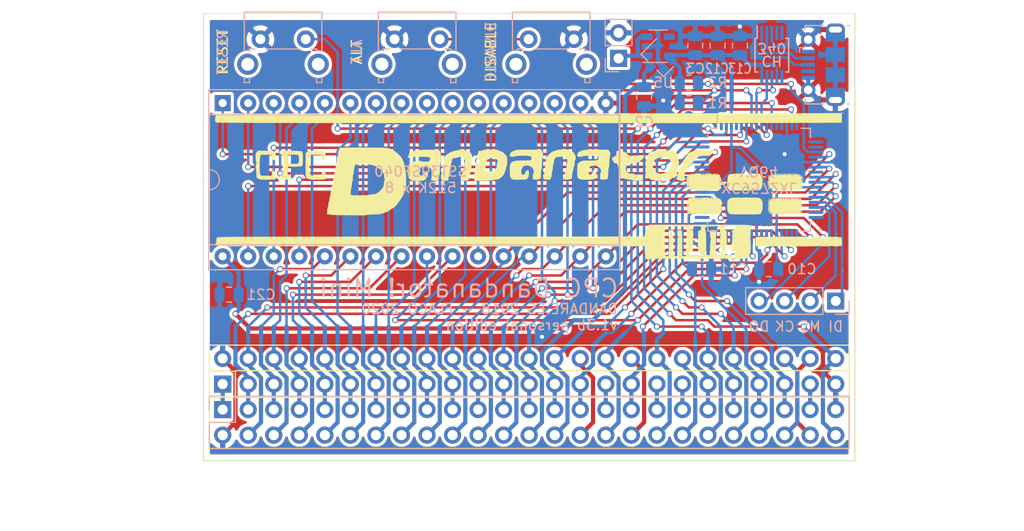
<source format=kicad_pcb>
(kicad_pcb (version 20171130) (host pcbnew 5.1.8-db9833491~88~ubuntu20.04.1)
  (title_block (title "CPC Dandanator personal edition") (date 2020-04-11) (rev "v1.3b modified") (company "FLACO 2019-2020, licence of this PCB is CC-BY-NC-SA"))
  (layers (0 F.Cu signal) (31 B.Cu signal) (34 B.Paste user) (35 F.Paste user) (36 B.SilkS user) (37 F.SilkS user) (38 B.Mask user) (39 F.Mask user) (44 Edge.Cuts user))
  (net 0 "")
  (net 1 GND)
  (net 2 +5V)
  (net 3 +3V3)
  (net 4 /ROMDIS)
  (net 5 /CLK4)
  (net 6 /EXP)
  (net 7 /LPEN)
  (net 8 /CURSOR)
  (net 9 /RAMDIS)
  (net 10 /RAMRD)
  (net 11 /ROMEN)
  (net 12 /RESET)
  (net 13 /BRST)
  (net 14 /READY)
  (net 15 /BUSAK)
  (net 16 /BUSRQ)
  (net 17 /NMI)
  (net 18 /INT)
  (net 19 /HALT)
  (net 20 /WR)
  (net 21 /RD)
  (net 22 /IORQ)
  (net 23 /RFSH)
  (net 24 /M1)
  (net 25 /MREQ)
  (net 26 /D0)
  (net 27 /D1)
  (net 28 /D2)
  (net 29 /D3)
  (net 30 /D4)
  (net 31 /D5)
  (net 32 /D6)
  (net 33 /D7)
  (net 34 /A0)
  (net 35 /A1)
  (net 36 /A2)
  (net 37 /A3)
  (net 38 /A4)
  (net 39 /A5)
  (net 40 /A6)
  (net 41 /A7)
  (net 42 /A8)
  (net 43 /A9)
  (net 44 /A10)
  (net 45 /A11)
  (net 46 /A12)
  (net 47 /A13)
  (net 48 /A14)
  (net 49 /A15)
  (net 50 /SOUND)
  (net 51 /TDO)
  (net 52 /TCK)
  (net 53 /TMS)
  (net 54 /TDI)
  (net 55 /ROMA18)
  (net 56 /ROMA17)
  (net 57 /ROMA16)
  (net 58 /ROMA15)
  (net 59 /ROMA14)
  (net 60 /ROMCE)
  (net 61 /ROMWE)
  (net 62 /BUTTON)
  (net 63 /BUTTON2)
  (net 64 /RXD)
  (net 65 /TXD)
  (net 66 /D+)
  (net 67 "Net-(J5-Pad4)")
  (net 68 "Net-(J5-Pad1)")
  (net 69 /D-)
  (net 70 "Net-(U1-Pad1)")
  (net 71 "Net-(U5-Pad4)")
  (net 72 "Net-(U12-Pad6)")
  (net 73 "Net-(U12-Pad5)")
  (net 74 "Net-(U12-Pad4)")
  (net 75 "Net-(U1-Pad59)")
  (net 76 "Net-(U1-Pad58)")
  (net 77 "Net-(U1-Pad52)")
  (net 78 "Net-(U1-Pad51)")
  (net 79 "Net-(U1-Pad49)")
  (net 80 "Net-(U1-Pad47)")
  (net 81 "Net-(U1-Pad46)")
  (net 82 "Net-(U1-Pad40)")
  (net 83 "Net-(U1-Pad39)")
  (net 84 "Net-(U1-Pad34)")
  (net 85 "Net-(U1-Pad32)")
  (net 86 "Net-(U1-Pad31)")
  (net 87 "Net-(U1-Pad23)")
  (net 88 "Net-(U1-Pad18)")
  (net 89 "Net-(U1-Pad17)")
  (net 90 "Net-(U1-Pad16)")
  (net 91 "Net-(U1-Pad13)")
  (net 92 "Net-(U1-Pad12)")
  (net 93 "Net-(U1-Pad4)")
  (module Package_QFP:TQFP-64_10x10mm_P0.5mm (layer B.Cu) (at 127 139.7 270)
    (fp_text reference U1 hide)
    (fp_text value XC9572XL-VQ64)
    (pad 64 smd roundrect (at -3.75 5.6625 270) (size 0.3 1.475) (layers B.Cu B.Paste B.Mask) (net 12 /RESET))
    (pad 63 smd roundrect (at -3.25 5.6625 270) (size 0.3 1.475) (layers B.Cu B.Paste B.Mask) (net 57 /ROMA16))
    (pad 62 smd roundrect (at -2.75 5.6625 270) (size 0.3 1.475) (layers B.Cu B.Paste B.Mask) (net 58 /ROMA15))
    (pad 61 smd roundrect (at -2.25 5.6625 270) (size 0.3 1.475) (layers B.Cu B.Paste B.Mask) (net 59 /ROMA14))
    (pad 60 smd roundrect (at -1.75 5.6625 270) (size 0.3 1.475) (layers B.Cu B.Paste B.Mask) (net 25 /MREQ))
    (pad 59 smd roundrect (at -1.25 5.6625 270) (size 0.3 1.475) (layers B.Cu B.Paste B.Mask) (net 75 "Net-(U1-Pad59)"))
    (pad 58 smd roundrect (at -0.75 5.6625 270) (size 0.3 1.475) (layers B.Cu B.Paste B.Mask) (net 76 "Net-(U1-Pad58)"))
    (pad 57 smd roundrect (at -0.25 5.6625 270) (size 0.3 1.475) (layers B.Cu B.Paste B.Mask) (net 9 /RAMDIS))
    (pad 56 smd roundrect (at 0.25 5.6625 270) (size 0.3 1.475) (layers B.Cu B.Paste B.Mask) (net 14 /READY))
    (pad 55 smd roundrect (at 0.75 5.6625 270) (size 0.3 1.475) (layers B.Cu B.Paste B.Mask) (net 3 +3V3))
    (pad 54 smd roundrect (at 1.25 5.6625 270) (size 0.3 1.475) (layers B.Cu B.Paste B.Mask) (net 1 GND))
    (pad 53 smd roundrect (at 1.75 5.6625 270) (size 0.3 1.475) (layers B.Cu B.Paste B.Mask) (net 51 /TDO))
    (pad 52 smd roundrect (at 2.25 5.6625 270) (size 0.3 1.475) (layers B.Cu B.Paste B.Mask) (net 77 "Net-(U1-Pad52)"))
    (pad 51 smd roundrect (at 2.75 5.6625 270) (size 0.3 1.475) (layers B.Cu B.Paste B.Mask) (net 78 "Net-(U1-Pad51)"))
    (pad 50 smd roundrect (at 3.25 5.6625 270) (size 0.3 1.475) (layers B.Cu B.Paste B.Mask) (net 4 /ROMDIS))
    (pad 49 smd roundrect (at 3.75 5.6625 270) (size 0.3 1.475) (layers B.Cu B.Paste B.Mask) (net 79 "Net-(U1-Pad49)"))
    (pad 48 smd roundrect (at 5.6625 3.75 270) (size 1.475 0.3) (layers B.Cu B.Paste B.Mask) (net 48 /A14))
    (pad 47 smd roundrect (at 5.6625 3.25 270) (size 1.475 0.3) (layers B.Cu B.Paste B.Mask) (net 80 "Net-(U1-Pad47)"))
    (pad 46 smd roundrect (at 5.6625 2.75 270) (size 1.475 0.3) (layers B.Cu B.Paste B.Mask) (net 81 "Net-(U1-Pad46)"))
    (pad 45 smd roundrect (at 5.6625 2.25 270) (size 1.475 0.3) (layers B.Cu B.Paste B.Mask) (net 49 /A15))
    (pad 44 smd roundrect (at 5.6625 1.75 270) (size 1.475 0.3) (layers B.Cu B.Paste B.Mask) (net 20 /WR))
    (pad 43 smd roundrect (at 5.6625 1.25 270) (size 1.475 0.3) (layers B.Cu B.Paste B.Mask) (net 21 /RD))
    (pad 42 smd roundrect (at 5.6625 0.75 270) (size 1.475 0.3) (layers B.Cu B.Paste B.Mask) (net 26 /D0))
    (pad 41 smd roundrect (at 5.6625 0.25 270) (size 1.475 0.3) (layers B.Cu B.Paste B.Mask) (net 1 GND))
    (pad 40 smd roundrect (at 5.6625 -0.25 270) (size 1.475 0.3) (layers B.Cu B.Paste B.Mask) (net 82 "Net-(U1-Pad40)"))
    (pad 39 smd roundrect (at 5.6625 -0.75 270) (size 1.475 0.3) (layers B.Cu B.Paste B.Mask) (net 83 "Net-(U1-Pad39)"))
    (pad 38 smd roundrect (at 5.6625 -1.25 270) (size 1.475 0.3) (layers B.Cu B.Paste B.Mask) (net 24 /M1))
    (pad 37 smd roundrect (at 5.6625 -1.75 270) (size 1.475 0.3) (layers B.Cu B.Paste B.Mask) (net 3 +3V3))
    (pad 36 smd roundrect (at 5.6625 -2.25 270) (size 1.475 0.3) (layers B.Cu B.Paste B.Mask) (net 27 /D1))
    (pad 35 smd roundrect (at 5.6625 -2.75 270) (size 1.475 0.3) (layers B.Cu B.Paste B.Mask) (net 28 /D2))
    (pad 34 smd roundrect (at 5.6625 -3.25 270) (size 1.475 0.3) (layers B.Cu B.Paste B.Mask) (net 84 "Net-(U1-Pad34)"))
    (pad 33 smd roundrect (at 5.6625 -3.75 270) (size 1.475 0.3) (layers B.Cu B.Paste B.Mask) (net 29 /D3))
    (pad 32 smd roundrect (at 3.75 -5.6625 270) (size 0.3 1.475) (layers B.Cu B.Paste B.Mask) (net 85 "Net-(U1-Pad32)"))
    (pad 31 smd roundrect (at 3.25 -5.6625 270) (size 0.3 1.475) (layers B.Cu B.Paste B.Mask) (net 86 "Net-(U1-Pad31)"))
    (pad 30 smd roundrect (at 2.75 -5.6625 270) (size 0.3 1.475) (layers B.Cu B.Paste B.Mask) (net 52 /TCK))
    (pad 29 smd roundrect (at 2.25 -5.6625 270) (size 0.3 1.475) (layers B.Cu B.Paste B.Mask) (net 53 /TMS))
    (pad 28 smd roundrect (at 1.75 -5.6625 270) (size 0.3 1.475) (layers B.Cu B.Paste B.Mask) (net 54 /TDI))
    (pad 27 smd roundrect (at 1.25 -5.6625 270) (size 0.3 1.475) (layers B.Cu B.Paste B.Mask) (net 30 /D4))
    (pad 26 smd roundrect (at 0.75 -5.6625 270) (size 0.3 1.475) (layers B.Cu B.Paste B.Mask) (net 3 +3V3))
    (pad 25 smd roundrect (at 0.25 -5.6625 270) (size 0.3 1.475) (layers B.Cu B.Paste B.Mask) (net 31 /D5))
    (pad 24 smd roundrect (at -0.25 -5.6625 270) (size 0.3 1.475) (layers B.Cu B.Paste B.Mask) (net 32 /D6))
    (pad 23 smd roundrect (at -0.75 -5.6625 270) (size 0.3 1.475) (layers B.Cu B.Paste B.Mask) (net 87 "Net-(U1-Pad23)"))
    (pad 22 smd roundrect (at -1.25 -5.6625 270) (size 0.3 1.475) (layers B.Cu B.Paste B.Mask) (net 33 /D7))
    (pad 21 smd roundrect (at -1.75 -5.6625 270) (size 0.3 1.475) (layers B.Cu B.Paste B.Mask) (net 1 GND))
    (pad 20 smd roundrect (at -2.25 -5.6625 270) (size 0.3 1.475) (layers B.Cu B.Paste B.Mask) (net 61 /ROMWE))
    (pad 19 smd roundrect (at -2.75 -5.6625 270) (size 0.3 1.475) (layers B.Cu B.Paste B.Mask) (net 63 /BUTTON2))
    (pad 18 smd roundrect (at -3.25 -5.6625 270) (size 0.3 1.475) (layers B.Cu B.Paste B.Mask) (net 88 "Net-(U1-Pad18)"))
    (pad 17 smd roundrect (at -3.75 -5.6625 270) (size 0.3 1.475) (layers B.Cu B.Paste B.Mask) (net 89 "Net-(U1-Pad17)"))
    (pad 16 smd roundrect (at -5.6625 -3.75 270) (size 1.475 0.3) (layers B.Cu B.Paste B.Mask) (net 90 "Net-(U1-Pad16)"))
    (pad 15 smd roundrect (at -5.6625 -3.25 270) (size 1.475 0.3) (layers B.Cu B.Paste B.Mask) (net 5 /CLK4))
    (pad 14 smd roundrect (at -5.6625 -2.75 270) (size 1.475 0.3) (layers B.Cu B.Paste B.Mask) (net 1 GND))
    (pad 13 smd roundrect (at -5.6625 -2.25 270) (size 1.475 0.3) (layers B.Cu B.Paste B.Mask) (net 91 "Net-(U1-Pad13)"))
    (pad 12 smd roundrect (at -5.6625 -1.75 270) (size 1.475 0.3) (layers B.Cu B.Paste B.Mask) (net 92 "Net-(U1-Pad12)"))
    (pad 11 smd roundrect (at -5.6625 -1.25 270) (size 1.475 0.3) (layers B.Cu B.Paste B.Mask) (net 17 /NMI))
    (pad 10 smd roundrect (at -5.6625 -0.75 270) (size 1.475 0.3) (layers B.Cu B.Paste B.Mask) (net 11 /ROMEN))
    (pad 9 smd roundrect (at -5.6625 -0.25 270) (size 1.475 0.3) (layers B.Cu B.Paste B.Mask) (net 64 /RXD))
    (pad 8 smd roundrect (at -5.6625 0.25 270) (size 1.475 0.3) (layers B.Cu B.Paste B.Mask) (net 65 /TXD))
    (pad 7 smd roundrect (at -5.6625 0.75 270) (size 1.475 0.3) (layers B.Cu B.Paste B.Mask) (net 62 /BUTTON))
    (pad 6 smd roundrect (at -5.6625 1.25 270) (size 1.475 0.3) (layers B.Cu B.Paste B.Mask) (net 60 /ROMCE))
    (pad 5 smd roundrect (at -5.6625 1.75 270) (size 1.475 0.3) (layers B.Cu B.Paste B.Mask) (net 55 /ROMA18))
    (pad 4 smd roundrect (at -5.6625 2.25 270) (size 1.475 0.3) (layers B.Cu B.Paste B.Mask) (net 93 "Net-(U1-Pad4)"))
    (pad 3 smd roundrect (at -5.6625 2.75 270) (size 1.475 0.3) (layers B.Cu B.Paste B.Mask) (net 3 +3V3))
    (pad 2 smd roundrect (at -5.6625 3.25 270) (size 1.475 0.3) (layers B.Cu B.Paste B.Mask) (net 56 /ROMA17))
    (pad 1 smd roundrect (at -5.6625 3.75 270) (size 1.475 0.3) (layers B.Cu B.Paste B.Mask) (net 70 "Net-(U1-Pad1)"))
  )
  (module Sassa:PIC_Dandanator_FS_B (layer F.Cu) (at 104.14 140.9065)
    (fp_text reference FID1 hide)
    (fp_text value Logo hide)
  )
  (module Button_Switch_THT:SW_Tactile_SPST_Angled_PTS645Vx39-2LFS (layer B.Cu) (at 108.585 125.73 180)
    (fp_text reference SW4 hide)
    (fp_text value DISABLE)
    (pad "" thru_hole circle (at -1.25 -2.49 180) (size 2.1 2.1) (drill 1.3) (layers *.Cu *.Mask))
    (pad 1 thru_hole circle (at 0 0 180) (size 1.75 1.75) (drill 0.99) (layers *.Cu *.Mask) (net 1 GND))
    (pad 2 thru_hole circle (at 4.5 0 180) (size 1.75 1.75) (drill 0.99) (layers *.Cu *.Mask) (net 63 /BUTTON2))
    (pad "" thru_hole circle (at 5.76 -2.49 180) (size 2.1 2.1) (drill 1.3) (layers *.Cu *.Mask))
  )
  (module Button_Switch_THT:SW_Tactile_SPST_Angled_PTS645Vx39-2LFS (layer B.Cu) (at 95.25 125.73 180)
    (fp_text reference SW3 hide)
    (fp_text value ALTERNATE)
    (pad "" thru_hole circle (at -1.25 -2.49 180) (size 2.1 2.1) (drill 1.3) (layers *.Cu *.Mask))
    (pad 1 thru_hole circle (at 0 0 180) (size 1.75 1.75) (drill 0.99) (layers *.Cu *.Mask) (net 62 /BUTTON))
    (pad 2 thru_hole circle (at 4.5 0 180) (size 1.75 1.75) (drill 0.99) (layers *.Cu *.Mask) (net 1 GND))
    (pad "" thru_hole circle (at 5.76 -2.49 180) (size 2.1 2.1) (drill 1.3) (layers *.Cu *.Mask))
  )
  (module Button_Switch_THT:SW_Tactile_SPST_Angled_PTS645Vx39-2LFS (layer B.Cu) (at 81.915 125.73 180)
    (fp_text reference SW1 hide)
    (fp_text value RESET)
    (pad "" thru_hole circle (at -1.25 -2.49 180) (size 2.1 2.1) (drill 1.3) (layers *.Cu *.Mask))
    (pad 1 thru_hole circle (at 0 0 180) (size 1.75 1.75) (drill 0.99) (layers *.Cu *.Mask) (net 13 /BRST))
    (pad 2 thru_hole circle (at 4.5 0 180) (size 1.75 1.75) (drill 0.99) (layers *.Cu *.Mask) (net 1 GND))
    (pad "" thru_hole circle (at 5.76 -2.49 180) (size 2.1 2.1) (drill 1.3) (layers *.Cu *.Mask))
  )
  (module Package_SO:MSOP-10_3x3mm_P0.5mm (layer B.Cu) (at 128.27 127.3175 270)
    (fp_text reference U12 hide)
    (fp_text value CH340E)
    (pad 10 smd rect (at 2.2 1 270) (size 1.4 0.3) (layers B.Cu B.Paste B.Mask) (net 3 +3V3))
    (pad 9 smd rect (at 2.2 0.5 270) (size 1.4 0.3) (layers B.Cu B.Paste B.Mask) (net 64 /RXD))
    (pad 8 smd rect (at 2.2 0 270) (size 1.4 0.3) (layers B.Cu B.Paste B.Mask) (net 65 /TXD))
    (pad 7 smd rect (at 2.2 -0.5 270) (size 1.4 0.3) (layers B.Cu B.Paste B.Mask) (net 3 +3V3))
    (pad 6 smd rect (at 2.2 -1 270) (size 1.4 0.3) (layers B.Cu B.Paste B.Mask) (net 72 "Net-(U12-Pad6)"))
    (pad 5 smd rect (at -2.2 -1 270) (size 1.4 0.3) (layers B.Cu B.Paste B.Mask) (net 73 "Net-(U12-Pad5)"))
    (pad 4 smd rect (at -2.2 -0.5 270) (size 1.4 0.3) (layers B.Cu B.Paste B.Mask) (net 74 "Net-(U12-Pad4)"))
    (pad 3 smd rect (at -2.2 0 270) (size 1.4 0.3) (layers B.Cu B.Paste B.Mask) (net 1 GND))
    (pad 2 smd rect (at -2.2 0.5 270) (size 1.4 0.3) (layers B.Cu B.Paste B.Mask) (net 69 /D-))
    (pad 1 smd rect (at -2.2 1 270) (size 1.4 0.3) (layers B.Cu B.Paste B.Mask) (net 66 /D+))
  )
  (module Package_TO_SOT_SMD:SOT-23 (layer B.Cu) (at 116.9162 127.8001 225)
    (fp_text reference U15 hide)
    (fp_text value XC6206PxxxMR)
    (pad 3 smd rect (at 1 0 225) (size 0.9 0.8) (layers B.Cu B.Paste B.Mask) (net 2 +5V))
    (pad 2 smd rect (at -1 -0.95 225) (size 0.9 0.8) (layers B.Cu B.Paste B.Mask) (net 3 +3V3))
    (pad 1 smd rect (at -1 0.95 225) (size 0.9 0.8) (layers B.Cu B.Paste B.Mask) (net 1 GND))
  )
  (module Package_TO_SOT_SMD:SOT-23-5 (layer B.Cu) (at 116.967 126.4285)
    (fp_text reference U5 (at 0.508 3.6195 unlocked) (layer B.SilkS) (effects (justify mirror)))
    (fp_text value SPX3819M5-L-3-3)
    (pad 5 smd rect (at 1.1 0.95) (size 1.06 0.65) (layers B.Cu B.Paste B.Mask) (net 3 +3V3))
    (pad 4 smd rect (at 1.1 -0.95) (size 1.06 0.65) (layers B.Cu B.Paste B.Mask) (net 71 "Net-(U5-Pad4)"))
    (pad 3 smd rect (at -1.1 -0.95) (size 1.06 0.65) (layers B.Cu B.Paste B.Mask) (net 2 +5V))
    (pad 2 smd rect (at -1.1 0) (size 1.06 0.65) (layers B.Cu B.Paste B.Mask) (net 1 GND))
    (pad 1 smd rect (at -1.1 0.95) (size 1.06 0.65) (layers B.Cu B.Paste B.Mask) (net 2 +5V))
  )
  (module Package_DIP:DIP-32_W15.24mm_Socket (layer B.Cu) (at 73.66 132.08 270)
    (fp_text reference U3 hide)
    (fp_text value 29C040)
    (pad 32 thru_hole oval (at 15.24 0 270) (size 1.6 1.6) (drill 0.8) (layers *.Cu *.Mask) (net 2 +5V))
    (pad 16 thru_hole oval (at 0 -38.1 270) (size 1.6 1.6) (drill 0.8) (layers *.Cu *.Mask) (net 1 GND))
    (pad 31 thru_hole oval (at 15.24 -2.54 270) (size 1.6 1.6) (drill 0.8) (layers *.Cu *.Mask) (net 61 /ROMWE))
    (pad 15 thru_hole oval (at 0 -35.56 270) (size 1.6 1.6) (drill 0.8) (layers *.Cu *.Mask) (net 28 /D2))
    (pad 30 thru_hole oval (at 15.24 -5.08 270) (size 1.6 1.6) (drill 0.8) (layers *.Cu *.Mask) (net 56 /ROMA17))
    (pad 14 thru_hole oval (at 0 -33.02 270) (size 1.6 1.6) (drill 0.8) (layers *.Cu *.Mask) (net 27 /D1))
    (pad 29 thru_hole oval (at 15.24 -7.62 270) (size 1.6 1.6) (drill 0.8) (layers *.Cu *.Mask) (net 59 /ROMA14))
    (pad 13 thru_hole oval (at 0 -30.48 270) (size 1.6 1.6) (drill 0.8) (layers *.Cu *.Mask) (net 26 /D0))
    (pad 28 thru_hole oval (at 15.24 -10.16 270) (size 1.6 1.6) (drill 0.8) (layers *.Cu *.Mask) (net 47 /A13))
    (pad 12 thru_hole oval (at 0 -27.94 270) (size 1.6 1.6) (drill 0.8) (layers *.Cu *.Mask) (net 34 /A0))
    (pad 27 thru_hole oval (at 15.24 -12.7 270) (size 1.6 1.6) (drill 0.8) (layers *.Cu *.Mask) (net 42 /A8))
    (pad 11 thru_hole oval (at 0 -25.4 270) (size 1.6 1.6) (drill 0.8) (layers *.Cu *.Mask) (net 35 /A1))
    (pad 26 thru_hole oval (at 15.24 -15.24 270) (size 1.6 1.6) (drill 0.8) (layers *.Cu *.Mask) (net 43 /A9))
    (pad 10 thru_hole oval (at 0 -22.86 270) (size 1.6 1.6) (drill 0.8) (layers *.Cu *.Mask) (net 36 /A2))
    (pad 25 thru_hole oval (at 15.24 -17.78 270) (size 1.6 1.6) (drill 0.8) (layers *.Cu *.Mask) (net 45 /A11))
    (pad 9 thru_hole oval (at 0 -20.32 270) (size 1.6 1.6) (drill 0.8) (layers *.Cu *.Mask) (net 37 /A3))
    (pad 24 thru_hole oval (at 15.24 -20.32 270) (size 1.6 1.6) (drill 0.8) (layers *.Cu *.Mask) (net 21 /RD))
    (pad 8 thru_hole oval (at 0 -17.78 270) (size 1.6 1.6) (drill 0.8) (layers *.Cu *.Mask) (net 38 /A4))
    (pad 23 thru_hole oval (at 15.24 -22.86 270) (size 1.6 1.6) (drill 0.8) (layers *.Cu *.Mask) (net 44 /A10))
    (pad 7 thru_hole oval (at 0 -15.24 270) (size 1.6 1.6) (drill 0.8) (layers *.Cu *.Mask) (net 39 /A5))
    (pad 22 thru_hole oval (at 15.24 -25.4 270) (size 1.6 1.6) (drill 0.8) (layers *.Cu *.Mask) (net 60 /ROMCE))
    (pad 6 thru_hole oval (at 0 -12.7 270) (size 1.6 1.6) (drill 0.8) (layers *.Cu *.Mask) (net 40 /A6))
    (pad 21 thru_hole oval (at 15.24 -27.94 270) (size 1.6 1.6) (drill 0.8) (layers *.Cu *.Mask) (net 33 /D7))
    (pad 5 thru_hole oval (at 0 -10.16 270) (size 1.6 1.6) (drill 0.8) (layers *.Cu *.Mask) (net 41 /A7))
    (pad 20 thru_hole oval (at 15.24 -30.48 270) (size 1.6 1.6) (drill 0.8) (layers *.Cu *.Mask) (net 32 /D6))
    (pad 4 thru_hole oval (at 0 -7.62 270) (size 1.6 1.6) (drill 0.8) (layers *.Cu *.Mask) (net 46 /A12))
    (pad 19 thru_hole oval (at 15.24 -33.02 270) (size 1.6 1.6) (drill 0.8) (layers *.Cu *.Mask) (net 31 /D5))
    (pad 3 thru_hole oval (at 0 -5.08 270) (size 1.6 1.6) (drill 0.8) (layers *.Cu *.Mask) (net 58 /ROMA15))
    (pad 18 thru_hole oval (at 15.24 -35.56 270) (size 1.6 1.6) (drill 0.8) (layers *.Cu *.Mask) (net 30 /D4))
    (pad 2 thru_hole oval (at 0 -2.54 270) (size 1.6 1.6) (drill 0.8) (layers *.Cu *.Mask) (net 57 /ROMA16))
    (pad 17 thru_hole oval (at 15.24 -38.1 270) (size 1.6 1.6) (drill 0.8) (layers *.Cu *.Mask) (net 29 /D3))
    (pad 1 thru_hole rect (at 0 0 270) (size 1.6 1.6) (drill 0.8) (layers *.Cu *.Mask) (net 55 /ROMA18))
  )
  (module Capacitor_SMD:C_0805_2012Metric (layer B.Cu) (at 74.295 151.13 180)
    (fp_text reference C21 (at -3.175 0 unlocked) (layer B.SilkS) (effects (justify mirror)))
    (fp_text value 100n)
    (pad 2 smd roundrect (at 0.95 0 180) (size 1 1.45) (layers B.Cu B.Paste B.Mask) (net 1 GND))
    (pad 1 smd roundrect (at -0.95 0 180) (size 1 1.45) (layers B.Cu B.Paste B.Mask) (net 2 +5V))
  )
  (module Capacitor_SMD:C_0805_2012Metric (layer B.Cu) (at 125.095 126.365 90)
    (fp_text reference C13 (at -2.286 0 unlocked) (layer B.SilkS) (effects (font (size 1 0.8)) (justify mirror)))
    (fp_text value 100n)
    (pad 2 smd roundrect (at 0.95 0 90) (size 1 1.45) (layers B.Cu B.Paste B.Mask) (net 1 GND))
    (pad 1 smd roundrect (at -0.95 0 90) (size 1 1.45) (layers B.Cu B.Paste B.Mask) (net 3 +3V3))
  )
  (module Capacitor_SMD:C_0805_2012Metric (layer B.Cu) (at 122.8725 126.365 90)
    (fp_text reference C12 (at -2.286 -0.0635 unlocked) (layer B.SilkS) (effects (font (size 1 0.8)) (justify mirror)))
    (fp_text value 100n)
    (pad 2 smd roundrect (at 0.95 0 90) (size 1 1.45) (layers B.Cu B.Paste B.Mask) (net 1 GND))
    (pad 1 smd roundrect (at -0.95 0 90) (size 1 1.45) (layers B.Cu B.Paste B.Mask) (net 3 +3V3))
  )
  (module Capacitor_SMD:C_0805_2012Metric (layer B.Cu) (at 121.285 148.59)
    (fp_text reference C11 (at 3.175 0 unlocked) (layer B.SilkS) (effects (justify mirror)))
    (fp_text value 100n)
    (pad 2 smd roundrect (at 0.95 0) (size 1 1.45) (layers B.Cu B.Paste B.Mask) (net 1 GND))
    (pad 1 smd roundrect (at -0.95 0) (size 1 1.45) (layers B.Cu B.Paste B.Mask) (net 3 +3V3))
  )
  (module Capacitor_SMD:C_0805_2012Metric (layer B.Cu) (at 127.955 148.59 180)
    (fp_text reference C10 (at -3.2995 0 unlocked) (layer B.SilkS) (effects (justify mirror)))
    (fp_text value 100n)
    (pad 2 smd roundrect (at 0.95 0 180) (size 1 1.45) (layers B.Cu B.Paste B.Mask) (net 1 GND))
    (pad 1 smd roundrect (at -0.95 0 180) (size 1 1.45) (layers B.Cu B.Paste B.Mask) (net 3 +3V3))
  )
  (module Capacitor_SMD:C_0805_2012Metric (layer B.Cu) (at 120.65 126.365 90)
    (fp_text reference C3 (at -2.286 0 unlocked) (layer B.SilkS) (effects (justify mirror)))
    (fp_text value 10uF)
    (pad 2 smd roundrect (at 0.95 0 90) (size 1 1.45) (layers B.Cu B.Paste B.Mask) (net 1 GND))
    (pad 1 smd roundrect (at -0.95 0 90) (size 1 1.45) (layers B.Cu B.Paste B.Mask) (net 3 +3V3))
  )
  (module Capacitor_SMD:C_0805_2012Metric (layer B.Cu) (at 115.57 131.445 270)
    (fp_text reference C2 (at 2.54 0 unlocked) (layer B.SilkS) (effects (justify mirror)))
    (fp_text value 10uF)
    (pad 2 smd roundrect (at 0.95 0 270) (size 1 1.45) (layers B.Cu B.Paste B.Mask) (net 1 GND))
    (pad 1 smd roundrect (at -0.95 0 270) (size 1 1.45) (layers B.Cu B.Paste B.Mask) (net 2 +5V))
  )
  (module Connector_PinHeader_2.54mm:PinHeader_1x02_P2.54mm_Vertical (layer B.Cu) (at 113.03 127.635)
    (fp_text reference J3 hide)
    (fp_text value POWER)
    (pad 2 thru_hole oval (at 0 -2.54) (size 1.7 1.7) (drill 1) (layers *.Cu *.Mask) (net 1 GND))
    (pad 1 thru_hole rect (at 0 0) (size 1.7 1.7) (drill 1) (layers *.Cu *.Mask) (net 2 +5V))
  )
  (module Connector_USB:USB_Micro-B_Molex-105017-0001 (layer B.Cu) (at 133.35 128.27 270)
    (fp_text reference J5 hide)
    (fp_text value USB_B_Micro)
    (pad 6 smd rect (at -2.9 -1.2375 270) (size 1.2 1.9) (layers B.Cu B.Mask) (net 1 GND))
    (pad 6 smd rect (at 2.9 -1.2375 270) (size 1.2 1.9) (layers B.Cu B.Mask) (net 1 GND))
    (pad 6 thru_hole oval (at 3.5 -1.2375 270) (size 1.2 1.9) (drill oval 0.6 1.3) (layers *.Cu *.Mask) (net 1 GND))
    (pad 6 thru_hole oval (at -3.5 -1.2375 90) (size 1.2 1.9) (drill oval 0.6 1.3) (layers *.Cu *.Mask) (net 1 GND))
    (pad 6 smd rect (at -1 -1.2375 270) (size 1.5 1.9) (layers B.Cu B.Paste B.Mask) (net 1 GND))
    (pad 6 thru_hole circle (at 2.5 1.4625 270) (size 1.45 1.45) (drill 0.85) (layers *.Cu *.Mask) (net 1 GND))
    (pad 3 smd rect (at 0 1.4625 270) (size 0.4 1.35) (layers B.Cu B.Paste B.Mask) (net 66 /D+))
    (pad 4 smd rect (at 0.65 1.4625 270) (size 0.4 1.35) (layers B.Cu B.Paste B.Mask) (net 67 "Net-(J5-Pad4)"))
    (pad 5 smd rect (at 1.3 1.4625 270) (size 0.4 1.35) (layers B.Cu B.Paste B.Mask) (net 1 GND))
    (pad 1 smd rect (at -1.3 1.4625 270) (size 0.4 1.35) (layers B.Cu B.Paste B.Mask) (net 68 "Net-(J5-Pad1)"))
    (pad 2 smd rect (at -0.65 1.4625 270) (size 0.4 1.35) (layers B.Cu B.Paste B.Mask) (net 69 /D-))
    (pad 6 thru_hole circle (at -2.5 1.4625 270) (size 1.45 1.45) (drill 0.85) (layers *.Cu *.Mask) (net 1 GND))
    (pad 6 smd rect (at 1 -1.2375 270) (size 1.5 1.9) (layers B.Cu B.Paste B.Mask) (net 1 GND))
  )
  (module Resistor_SMD:R_0805_2012Metric (layer B.Cu) (at 120.015 132.08)
    (fp_text reference R1 (at 2.8575 0 unlocked) (layer B.SilkS) (effects (justify mirror)))
    (fp_text value 10k)
    (pad 2 smd roundrect (at 0.9125 0) (size 1.025 1.4) (layers B.Cu B.Paste B.Mask) (roundrect_rratio 0.243902) (net 62 /BUTTON))
    (pad 1 smd roundrect (at -0.9125 0) (size 1.025 1.4) (layers B.Cu B.Paste B.Mask) (roundrect_rratio 0.243902) (net 3 +3V3))
  )
  (module Resistor_SMD:R_0805_2012Metric (layer B.Cu) (at 120.015 130.048)
    (fp_text reference R2 (at 2.8575 0 unlocked) (layer B.SilkS) (effects (justify mirror)))
    (fp_text value 10k)
    (pad 2 smd roundrect (at 0.9125 0) (size 1.025 1.4) (layers B.Cu B.Paste B.Mask) (roundrect_rratio 0.243902) (net 63 /BUTTON2))
    (pad 1 smd roundrect (at -0.9125 0) (size 1.025 1.4) (layers B.Cu B.Paste B.Mask) (roundrect_rratio 0.243902) (net 3 +3V3))
  )
  (module Connector_PinHeader_2.54mm:PinHeader_2x25_P2.54mm_Vertical (layer B.Cu) (at 73.66 162.56 270)
    (fp_text reference J9 hide)
    (fp_text value "FROM EXPANSION")
    (pad 50 thru_hole oval (at 2.54 -60.96 270) (size 1.7 1.7) (drill 1) (layers *.Cu *.Mask) (net 5 /CLK4))
    (pad 49 thru_hole oval (at 0 -60.96 270) (size 1.7 1.7) (drill 1) (layers *.Cu *.Mask) (net 1 GND))
    (pad 48 thru_hole oval (at 2.54 -58.42 270) (size 1.7 1.7) (drill 1) (layers *.Cu *.Mask) (net 6 /EXP))
    (pad 47 thru_hole oval (at 0 -58.42 270) (size 1.7 1.7) (drill 1) (layers *.Cu *.Mask) (net 7 /LPEN))
    (pad 46 thru_hole oval (at 2.54 -55.88 270) (size 1.7 1.7) (drill 1) (layers *.Cu *.Mask) (net 8 /CURSOR))
    (pad 45 thru_hole oval (at 0 -55.88 270) (size 1.7 1.7) (drill 1) (layers *.Cu *.Mask) (net 9 /RAMDIS))
    (pad 44 thru_hole oval (at 2.54 -53.34 270) (size 1.7 1.7) (drill 1) (layers *.Cu *.Mask) (net 10 /RAMRD))
    (pad 43 thru_hole oval (at 0 -53.34 270) (size 1.7 1.7) (drill 1) (layers *.Cu *.Mask) (net 4 /ROMDIS))
    (pad 42 thru_hole oval (at 2.54 -50.8 270) (size 1.7 1.7) (drill 1) (layers *.Cu *.Mask) (net 11 /ROMEN))
    (pad 41 thru_hole oval (at 0 -50.8 270) (size 1.7 1.7) (drill 1) (layers *.Cu *.Mask) (net 12 /RESET))
    (pad 40 thru_hole oval (at 2.54 -48.26 270) (size 1.7 1.7) (drill 1) (layers *.Cu *.Mask) (net 13 /BRST))
    (pad 39 thru_hole oval (at 0 -48.26 270) (size 1.7 1.7) (drill 1) (layers *.Cu *.Mask) (net 14 /READY))
    (pad 38 thru_hole oval (at 2.54 -45.72 270) (size 1.7 1.7) (drill 1) (layers *.Cu *.Mask) (net 15 /BUSAK))
    (pad 37 thru_hole oval (at 0 -45.72 270) (size 1.7 1.7) (drill 1) (layers *.Cu *.Mask) (net 16 /BUSRQ))
    (pad 36 thru_hole oval (at 2.54 -43.18 270) (size 1.7 1.7) (drill 1) (layers *.Cu *.Mask) (net 17 /NMI))
    (pad 35 thru_hole oval (at 0 -43.18 270) (size 1.7 1.7) (drill 1) (layers *.Cu *.Mask) (net 18 /INT))
    (pad 34 thru_hole oval (at 2.54 -40.64 270) (size 1.7 1.7) (drill 1) (layers *.Cu *.Mask) (net 19 /HALT))
    (pad 33 thru_hole oval (at 0 -40.64 270) (size 1.7 1.7) (drill 1) (layers *.Cu *.Mask) (net 20 /WR))
    (pad 32 thru_hole oval (at 2.54 -38.1 270) (size 1.7 1.7) (drill 1) (layers *.Cu *.Mask) (net 21 /RD))
    (pad 31 thru_hole oval (at 0 -38.1 270) (size 1.7 1.7) (drill 1) (layers *.Cu *.Mask) (net 22 /IORQ))
    (pad 30 thru_hole oval (at 2.54 -35.56 270) (size 1.7 1.7) (drill 1) (layers *.Cu *.Mask) (net 23 /RFSH))
    (pad 29 thru_hole oval (at 0 -35.56 270) (size 1.7 1.7) (drill 1) (layers *.Cu *.Mask) (net 24 /M1))
    (pad 28 thru_hole oval (at 2.54 -33.02 270) (size 1.7 1.7) (drill 1) (layers *.Cu *.Mask) (net 25 /MREQ))
    (pad 27 thru_hole oval (at 0 -33.02 270) (size 1.7 1.7) (drill 1) (layers *.Cu *.Mask) (net 2 +5V))
    (pad 26 thru_hole oval (at 2.54 -30.48 270) (size 1.7 1.7) (drill 1) (layers *.Cu *.Mask) (net 26 /D0))
    (pad 25 thru_hole oval (at 0 -30.48 270) (size 1.7 1.7) (drill 1) (layers *.Cu *.Mask) (net 27 /D1))
    (pad 24 thru_hole oval (at 2.54 -27.94 270) (size 1.7 1.7) (drill 1) (layers *.Cu *.Mask) (net 28 /D2))
    (pad 23 thru_hole oval (at 0 -27.94 270) (size 1.7 1.7) (drill 1) (layers *.Cu *.Mask) (net 29 /D3))
    (pad 22 thru_hole oval (at 2.54 -25.4 270) (size 1.7 1.7) (drill 1) (layers *.Cu *.Mask) (net 30 /D4))
    (pad 21 thru_hole oval (at 0 -25.4 270) (size 1.7 1.7) (drill 1) (layers *.Cu *.Mask) (net 31 /D5))
    (pad 20 thru_hole oval (at 2.54 -22.86 270) (size 1.7 1.7) (drill 1) (layers *.Cu *.Mask) (net 32 /D6))
    (pad 19 thru_hole oval (at 0 -22.86 270) (size 1.7 1.7) (drill 1) (layers *.Cu *.Mask) (net 33 /D7))
    (pad 18 thru_hole oval (at 2.54 -20.32 270) (size 1.7 1.7) (drill 1) (layers *.Cu *.Mask) (net 34 /A0))
    (pad 17 thru_hole oval (at 0 -20.32 270) (size 1.7 1.7) (drill 1) (layers *.Cu *.Mask) (net 35 /A1))
    (pad 16 thru_hole oval (at 2.54 -17.78 270) (size 1.7 1.7) (drill 1) (layers *.Cu *.Mask) (net 36 /A2))
    (pad 15 thru_hole oval (at 0 -17.78 270) (size 1.7 1.7) (drill 1) (layers *.Cu *.Mask) (net 37 /A3))
    (pad 14 thru_hole oval (at 2.54 -15.24 270) (size 1.7 1.7) (drill 1) (layers *.Cu *.Mask) (net 38 /A4))
    (pad 13 thru_hole oval (at 0 -15.24 270) (size 1.7 1.7) (drill 1) (layers *.Cu *.Mask) (net 39 /A5))
    (pad 12 thru_hole oval (at 2.54 -12.7 270) (size 1.7 1.7) (drill 1) (layers *.Cu *.Mask) (net 40 /A6))
    (pad 11 thru_hole oval (at 0 -12.7 270) (size 1.7 1.7) (drill 1) (layers *.Cu *.Mask) (net 41 /A7))
    (pad 10 thru_hole oval (at 2.54 -10.16 270) (size 1.7 1.7) (drill 1) (layers *.Cu *.Mask) (net 42 /A8))
    (pad 9 thru_hole oval (at 0 -10.16 270) (size 1.7 1.7) (drill 1) (layers *.Cu *.Mask) (net 43 /A9))
    (pad 8 thru_hole oval (at 2.54 -7.62 270) (size 1.7 1.7) (drill 1) (layers *.Cu *.Mask) (net 44 /A10))
    (pad 7 thru_hole oval (at 0 -7.62 270) (size 1.7 1.7) (drill 1) (layers *.Cu *.Mask) (net 45 /A11))
    (pad 6 thru_hole oval (at 2.54 -5.08 270) (size 1.7 1.7) (drill 1) (layers *.Cu *.Mask) (net 46 /A12))
    (pad 5 thru_hole oval (at 0 -5.08 270) (size 1.7 1.7) (drill 1) (layers *.Cu *.Mask) (net 47 /A13))
    (pad 4 thru_hole oval (at 2.54 -2.54 270) (size 1.7 1.7) (drill 1) (layers *.Cu *.Mask) (net 48 /A14))
    (pad 3 thru_hole oval (at 0 -2.54 270) (size 1.7 1.7) (drill 1) (layers *.Cu *.Mask) (net 49 /A15))
    (pad 2 thru_hole oval (at 2.54 0 270) (size 1.7 1.7) (drill 1) (layers *.Cu *.Mask) (net 1 GND))
    (pad 1 thru_hole rect (at 0 0 270) (size 1.7 1.7) (drill 1) (layers *.Cu *.Mask) (net 50 /SOUND))
  )
  (module Sassa:CPC_ExpansionSocket_2x25_P2.54mm_5mm (layer F.Cu) (at 73.66 160.02 90)
    (fp_text reference J1 hide)
    (fp_text value "TO CPC CARD EDGE")
    (pad 50 thru_hole oval (at -5.08 60.96 90) (size 1.7 1.7) (drill 1) (layers *.Cu *.Mask) (net 5 /CLK4))
    (pad 49 thru_hole oval (at 0 60.96 90) (size 1.7 1.7) (drill 1) (layers *.Cu *.Mask) (net 1 GND))
    (pad 48 thru_hole oval (at -5.08 58.42 90) (size 1.7 1.7) (drill 1) (layers *.Cu *.Mask) (net 6 /EXP))
    (pad 47 thru_hole oval (at 0 58.42 90) (size 1.7 1.7) (drill 1) (layers *.Cu *.Mask) (net 7 /LPEN))
    (pad 46 thru_hole oval (at -5.08 55.88 90) (size 1.7 1.7) (drill 1) (layers *.Cu *.Mask) (net 8 /CURSOR))
    (pad 45 thru_hole oval (at 0 55.88 90) (size 1.7 1.7) (drill 1) (layers *.Cu *.Mask) (net 9 /RAMDIS))
    (pad 44 thru_hole oval (at -5.08 53.34 90) (size 1.7 1.7) (drill 1) (layers *.Cu *.Mask) (net 10 /RAMRD))
    (pad 43 thru_hole oval (at 0 53.34 90) (size 1.7 1.7) (drill 1) (layers *.Cu *.Mask) (net 4 /ROMDIS))
    (pad 42 thru_hole oval (at -5.08 50.8 90) (size 1.7 1.7) (drill 1) (layers *.Cu *.Mask) (net 11 /ROMEN))
    (pad 41 thru_hole oval (at 0 50.8 90) (size 1.7 1.7) (drill 1) (layers *.Cu *.Mask) (net 12 /RESET))
    (pad 40 thru_hole oval (at -5.08 48.26 90) (size 1.7 1.7) (drill 1) (layers *.Cu *.Mask) (net 13 /BRST))
    (pad 39 thru_hole oval (at 0 48.26 90) (size 1.7 1.7) (drill 1) (layers *.Cu *.Mask) (net 14 /READY))
    (pad 38 thru_hole oval (at -5.08 45.72 90) (size 1.7 1.7) (drill 1) (layers *.Cu *.Mask) (net 15 /BUSAK))
    (pad 37 thru_hole oval (at 0 45.72 90) (size 1.7 1.7) (drill 1) (layers *.Cu *.Mask) (net 16 /BUSRQ))
    (pad 36 thru_hole oval (at -5.08 43.18 90) (size 1.7 1.7) (drill 1) (layers *.Cu *.Mask) (net 17 /NMI))
    (pad 35 thru_hole oval (at 0 43.18 90) (size 1.7 1.7) (drill 1) (layers *.Cu *.Mask) (net 18 /INT))
    (pad 34 thru_hole oval (at -5.08 40.64 90) (size 1.7 1.7) (drill 1) (layers *.Cu *.Mask) (net 19 /HALT))
    (pad 33 thru_hole oval (at 0 40.64 90) (size 1.7 1.7) (drill 1) (layers *.Cu *.Mask) (net 20 /WR))
    (pad 32 thru_hole oval (at -5.08 38.1 90) (size 1.7 1.7) (drill 1) (layers *.Cu *.Mask) (net 21 /RD))
    (pad 31 thru_hole oval (at 0 38.1 90) (size 1.7 1.7) (drill 1) (layers *.Cu *.Mask) (net 22 /IORQ))
    (pad 30 thru_hole oval (at -5.08 35.56 90) (size 1.7 1.7) (drill 1) (layers *.Cu *.Mask) (net 23 /RFSH))
    (pad 29 thru_hole oval (at 0 35.56 90) (size 1.7 1.7) (drill 1) (layers *.Cu *.Mask) (net 24 /M1))
    (pad 28 thru_hole oval (at -5.08 33.02 90) (size 1.7 1.7) (drill 1) (layers *.Cu *.Mask) (net 25 /MREQ))
    (pad 27 thru_hole oval (at 0 33.02 90) (size 1.7 1.7) (drill 1) (layers *.Cu *.Mask) (net 2 +5V))
    (pad 26 thru_hole oval (at -5.08 30.48 90) (size 1.7 1.7) (drill 1) (layers *.Cu *.Mask) (net 26 /D0))
    (pad 25 thru_hole oval (at 0 30.48 90) (size 1.7 1.7) (drill 1) (layers *.Cu *.Mask) (net 27 /D1))
    (pad 24 thru_hole oval (at -5.08 27.94 90) (size 1.7 1.7) (drill 1) (layers *.Cu *.Mask) (net 28 /D2))
    (pad 23 thru_hole oval (at 0 27.94 90) (size 1.7 1.7) (drill 1) (layers *.Cu *.Mask) (net 29 /D3))
    (pad 22 thru_hole oval (at -5.08 25.4 90) (size 1.7 1.7) (drill 1) (layers *.Cu *.Mask) (net 30 /D4))
    (pad 21 thru_hole oval (at 0 25.4 90) (size 1.7 1.7) (drill 1) (layers *.Cu *.Mask) (net 31 /D5))
    (pad 20 thru_hole oval (at -5.08 22.86 90) (size 1.7 1.7) (drill 1) (layers *.Cu *.Mask) (net 32 /D6))
    (pad 19 thru_hole oval (at 0 22.86 90) (size 1.7 1.7) (drill 1) (layers *.Cu *.Mask) (net 33 /D7))
    (pad 18 thru_hole oval (at -5.08 20.32 90) (size 1.7 1.7) (drill 1) (layers *.Cu *.Mask) (net 34 /A0))
    (pad 17 thru_hole oval (at 0 20.32 90) (size 1.7 1.7) (drill 1) (layers *.Cu *.Mask) (net 35 /A1))
    (pad 16 thru_hole oval (at -5.08 17.78 90) (size 1.7 1.7) (drill 1) (layers *.Cu *.Mask) (net 36 /A2))
    (pad 15 thru_hole oval (at 0 17.78 90) (size 1.7 1.7) (drill 1) (layers *.Cu *.Mask) (net 37 /A3))
    (pad 14 thru_hole oval (at -5.08 15.24 90) (size 1.7 1.7) (drill 1) (layers *.Cu *.Mask) (net 38 /A4))
    (pad 13 thru_hole oval (at 0 15.24 90) (size 1.7 1.7) (drill 1) (layers *.Cu *.Mask) (net 39 /A5))
    (pad 12 thru_hole oval (at -5.08 12.7 90) (size 1.7 1.7) (drill 1) (layers *.Cu *.Mask) (net 40 /A6))
    (pad 11 thru_hole oval (at 0 12.7 90) (size 1.7 1.7) (drill 1) (layers *.Cu *.Mask) (net 41 /A7))
    (pad 10 thru_hole oval (at -5.08 10.16 90) (size 1.7 1.7) (drill 1) (layers *.Cu *.Mask) (net 42 /A8))
    (pad 9 thru_hole oval (at 0 10.16 90) (size 1.7 1.7) (drill 1) (layers *.Cu *.Mask) (net 43 /A9))
    (pad 8 thru_hole oval (at -5.08 7.62 90) (size 1.7 1.7) (drill 1) (layers *.Cu *.Mask) (net 44 /A10))
    (pad 7 thru_hole oval (at 0 7.62 90) (size 1.7 1.7) (drill 1) (layers *.Cu *.Mask) (net 45 /A11))
    (pad 6 thru_hole oval (at -5.08 5.08 90) (size 1.7 1.7) (drill 1) (layers *.Cu *.Mask) (net 46 /A12))
    (pad 5 thru_hole oval (at 0 5.08 90) (size 1.7 1.7) (drill 1) (layers *.Cu *.Mask) (net 47 /A13))
    (pad 4 thru_hole oval (at -5.08 2.54 90) (size 1.7 1.7) (drill 1) (layers *.Cu *.Mask) (net 48 /A14))
    (pad 3 thru_hole oval (at 0 2.54 90) (size 1.7 1.7) (drill 1) (layers *.Cu *.Mask) (net 49 /A15))
    (pad 2 thru_hole oval (at -5.08 0 90) (size 1.7 1.7) (drill 1) (layers *.Cu *.Mask) (net 1 GND))
    (pad 1 thru_hole rect (at 0 0 90) (size 1.7 1.7) (drill 1) (layers *.Cu *.Mask) (net 50 /SOUND))
  )
  (module Connector_PinHeader_2.54mm:PinHeader_2x25_P2.54mm_Vertical (layer F.Cu) (at 73.66 160.02 90)
    (fp_text reference J2 hide)
    (fp_text value "TO CPC MX-4 ribbon")
    (pad 50 thru_hole oval (at 2.54 60.96 90) (size 1.7 1.7) (drill 1) (layers *.Cu *.Mask) (net 5 /CLK4))
    (pad 49 thru_hole oval (at 0 60.96 90) (size 1.7 1.7) (drill 1) (layers *.Cu *.Mask) (net 1 GND))
    (pad 48 thru_hole oval (at 2.54 58.42 90) (size 1.7 1.7) (drill 1) (layers *.Cu *.Mask) (net 6 /EXP))
    (pad 47 thru_hole oval (at 0 58.42 90) (size 1.7 1.7) (drill 1) (layers *.Cu *.Mask) (net 7 /LPEN))
    (pad 46 thru_hole oval (at 2.54 55.88 90) (size 1.7 1.7) (drill 1) (layers *.Cu *.Mask) (net 8 /CURSOR))
    (pad 45 thru_hole oval (at 0 55.88 90) (size 1.7 1.7) (drill 1) (layers *.Cu *.Mask) (net 9 /RAMDIS))
    (pad 44 thru_hole oval (at 2.54 53.34 90) (size 1.7 1.7) (drill 1) (layers *.Cu *.Mask) (net 10 /RAMRD))
    (pad 43 thru_hole oval (at 0 53.34 90) (size 1.7 1.7) (drill 1) (layers *.Cu *.Mask) (net 4 /ROMDIS))
    (pad 42 thru_hole oval (at 2.54 50.8 90) (size 1.7 1.7) (drill 1) (layers *.Cu *.Mask) (net 11 /ROMEN))
    (pad 41 thru_hole oval (at 0 50.8 90) (size 1.7 1.7) (drill 1) (layers *.Cu *.Mask) (net 12 /RESET))
    (pad 40 thru_hole oval (at 2.54 48.26 90) (size 1.7 1.7) (drill 1) (layers *.Cu *.Mask) (net 13 /BRST))
    (pad 39 thru_hole oval (at 0 48.26 90) (size 1.7 1.7) (drill 1) (layers *.Cu *.Mask) (net 14 /READY))
    (pad 38 thru_hole oval (at 2.54 45.72 90) (size 1.7 1.7) (drill 1) (layers *.Cu *.Mask) (net 15 /BUSAK))
    (pad 37 thru_hole oval (at 0 45.72 90) (size 1.7 1.7) (drill 1) (layers *.Cu *.Mask) (net 16 /BUSRQ))
    (pad 36 thru_hole oval (at 2.54 43.18 90) (size 1.7 1.7) (drill 1) (layers *.Cu *.Mask) (net 17 /NMI))
    (pad 35 thru_hole oval (at 0 43.18 90) (size 1.7 1.7) (drill 1) (layers *.Cu *.Mask) (net 18 /INT))
    (pad 34 thru_hole oval (at 2.54 40.64 90) (size 1.7 1.7) (drill 1) (layers *.Cu *.Mask) (net 19 /HALT))
    (pad 33 thru_hole oval (at 0 40.64 90) (size 1.7 1.7) (drill 1) (layers *.Cu *.Mask) (net 20 /WR))
    (pad 32 thru_hole oval (at 2.54 38.1 90) (size 1.7 1.7) (drill 1) (layers *.Cu *.Mask) (net 21 /RD))
    (pad 31 thru_hole oval (at 0 38.1 90) (size 1.7 1.7) (drill 1) (layers *.Cu *.Mask) (net 22 /IORQ))
    (pad 30 thru_hole oval (at 2.54 35.56 90) (size 1.7 1.7) (drill 1) (layers *.Cu *.Mask) (net 23 /RFSH))
    (pad 29 thru_hole oval (at 0 35.56 90) (size 1.7 1.7) (drill 1) (layers *.Cu *.Mask) (net 24 /M1))
    (pad 28 thru_hole oval (at 2.54 33.02 90) (size 1.7 1.7) (drill 1) (layers *.Cu *.Mask) (net 25 /MREQ))
    (pad 27 thru_hole oval (at 0 33.02 90) (size 1.7 1.7) (drill 1) (layers *.Cu *.Mask) (net 2 +5V))
    (pad 26 thru_hole oval (at 2.54 30.48 90) (size 1.7 1.7) (drill 1) (layers *.Cu *.Mask) (net 26 /D0))
    (pad 25 thru_hole oval (at 0 30.48 90) (size 1.7 1.7) (drill 1) (layers *.Cu *.Mask) (net 27 /D1))
    (pad 24 thru_hole oval (at 2.54 27.94 90) (size 1.7 1.7) (drill 1) (layers *.Cu *.Mask) (net 28 /D2))
    (pad 23 thru_hole oval (at 0 27.94 90) (size 1.7 1.7) (drill 1) (layers *.Cu *.Mask) (net 29 /D3))
    (pad 22 thru_hole oval (at 2.54 25.4 90) (size 1.7 1.7) (drill 1) (layers *.Cu *.Mask) (net 30 /D4))
    (pad 21 thru_hole oval (at 0 25.4 90) (size 1.7 1.7) (drill 1) (layers *.Cu *.Mask) (net 31 /D5))
    (pad 20 thru_hole oval (at 2.54 22.86 90) (size 1.7 1.7) (drill 1) (layers *.Cu *.Mask) (net 32 /D6))
    (pad 19 thru_hole oval (at 0 22.86 90) (size 1.7 1.7) (drill 1) (layers *.Cu *.Mask) (net 33 /D7))
    (pad 18 thru_hole oval (at 2.54 20.32 90) (size 1.7 1.7) (drill 1) (layers *.Cu *.Mask) (net 34 /A0))
    (pad 17 thru_hole oval (at 0 20.32 90) (size 1.7 1.7) (drill 1) (layers *.Cu *.Mask) (net 35 /A1))
    (pad 16 thru_hole oval (at 2.54 17.78 90) (size 1.7 1.7) (drill 1) (layers *.Cu *.Mask) (net 36 /A2))
    (pad 15 thru_hole oval (at 0 17.78 90) (size 1.7 1.7) (drill 1) (layers *.Cu *.Mask) (net 37 /A3))
    (pad 14 thru_hole oval (at 2.54 15.24 90) (size 1.7 1.7) (drill 1) (layers *.Cu *.Mask) (net 38 /A4))
    (pad 13 thru_hole oval (at 0 15.24 90) (size 1.7 1.7) (drill 1) (layers *.Cu *.Mask) (net 39 /A5))
    (pad 12 thru_hole oval (at 2.54 12.7 90) (size 1.7 1.7) (drill 1) (layers *.Cu *.Mask) (net 40 /A6))
    (pad 11 thru_hole oval (at 0 12.7 90) (size 1.7 1.7) (drill 1) (layers *.Cu *.Mask) (net 41 /A7))
    (pad 10 thru_hole oval (at 2.54 10.16 90) (size 1.7 1.7) (drill 1) (layers *.Cu *.Mask) (net 42 /A8))
    (pad 9 thru_hole oval (at 0 10.16 90) (size 1.7 1.7) (drill 1) (layers *.Cu *.Mask) (net 43 /A9))
    (pad 8 thru_hole oval (at 2.54 7.62 90) (size 1.7 1.7) (drill 1) (layers *.Cu *.Mask) (net 44 /A10))
    (pad 7 thru_hole oval (at 0 7.62 90) (size 1.7 1.7) (drill 1) (layers *.Cu *.Mask) (net 45 /A11))
    (pad 6 thru_hole oval (at 2.54 5.08 90) (size 1.7 1.7) (drill 1) (layers *.Cu *.Mask) (net 46 /A12))
    (pad 5 thru_hole oval (at 0 5.08 90) (size 1.7 1.7) (drill 1) (layers *.Cu *.Mask) (net 47 /A13))
    (pad 4 thru_hole oval (at 2.54 2.54 90) (size 1.7 1.7) (drill 1) (layers *.Cu *.Mask) (net 48 /A14))
    (pad 3 thru_hole oval (at 0 2.54 90) (size 1.7 1.7) (drill 1) (layers *.Cu *.Mask) (net 49 /A15))
    (pad 2 thru_hole oval (at 2.54 0 90) (size 1.7 1.7) (drill 1) (layers *.Cu *.Mask) (net 1 GND))
    (pad 1 thru_hole rect (at 0 0 90) (size 1.7 1.7) (drill 1) (layers *.Cu *.Mask) (net 50 /SOUND))
  )
  (module Connector_PinHeader_2.54mm:PinHeader_1x04_P2.54mm_Vertical (layer B.Cu) (at 134.62 151.765 90)
    (fp_text reference J4 hide)
    (fp_text value CPLD_JTAG)
    (pad 4 thru_hole oval (at 0 -7.62 90) (size 1.7 1.7) (drill 1) (layers *.Cu *.Mask) (net 51 /TDO))
    (pad 3 thru_hole oval (at 0 -5.08 90) (size 1.7 1.7) (drill 1) (layers *.Cu *.Mask) (net 52 /TCK))
    (pad 2 thru_hole oval (at 0 -2.54 90) (size 1.7 1.7) (drill 1) (layers *.Cu *.Mask) (net 53 /TMS))
    (pad 1 thru_hole rect (at 0 0 90) (size 1.7 1.7) (drill 1) (layers *.Cu *.Mask) (net 54 /TDI))
  )
  (gr_text "CPC Dandanator! Mini" (at 113.157 150.495) (layer B.SilkS) (effects (font (size 1.8 1.8) (thickness 0.22)) (justify left mirror)))
  (gr_text "SST39SF040\n512K x 8" (at 93.345 139.7) (layer B.SilkS) (effects (font (size 1 1)) (justify mirror)))
  (gr_text DO (at 127 154.305) (layer B.SilkS) (effects (font (size 1 1)) (justify mirror)))
  (gr_text CK (at 129.54 154.305) (layer B.SilkS) (effects (font (size 1 1)) (justify mirror)))
  (gr_text MS (at 132.08 154.305) (layer B.SilkS) (effects (font (size 1 1)) (justify mirror)))
  (gr_text DI (at 134.62 154.305) (layer B.SilkS) (effects (font (size 1 1)) (justify mirror)))
  (gr_text "XC9572XL\nVQ64" (at 127 139.7 180) (layer B.SilkS) (effects (font (size 1 1)) (justify mirror)))
  (gr_text CH (at 128.27 127.889 180) (layer B.SilkS) (effects (font (size 1 1)) (justify mirror)))
  (gr_text 340 (at 128.27 126.619 180) (layer B.SilkS) (effects (font (size 1 1)) (justify mirror)))
  (gr_text DISABLE (at 100.33 127 90) (layer F.SilkS) (effects (font (size 1 1))))
  (gr_text ALT (at 86.995 127 90) (layer F.SilkS) (effects (font (size 1 1))))
  (gr_text RESET (at 73.66 127 90) (layer F.SilkS) (effects (font (size 1 1))))
  (gr_text DISABLE (at 100.33 127 90) (layer B.SilkS) (effects (font (size 1 1)) (justify mirror)))
  (gr_text ALT (at 86.995 127 90) (layer B.SilkS) (effects (font (size 1 1)) (justify mirror)))
  (gr_text RESET (at 73.66 127 90) (layer B.SilkS) (effects (font (size 1 1)) (justify mirror)))
  (gr_line (start 136.525 123.19) (end 71.755 123.19) (layer Edge.Cuts) (width 0.05))
  (gr_text "DANDARE.ES 2018 - FLACO 2020\nv1.3b personal edition" (at 113.03 153.3525) (layer B.SilkS) (effects (font (size 1 1)) (justify left mirror)))
  (gr_line (start 71.755 167.64) (end 71.755 123.19) (layer F.SilkS) (width 0.12))
  (gr_line (start 136.525 167.64) (end 71.755 167.64) (layer F.SilkS) (width 0.12))
  (gr_line (start 136.525 123.19) (end 136.525 167.64) (layer F.SilkS) (width 0.12))
  (gr_line (start 136.525 167.64) (end 136.525 123.19) (layer Edge.Cuts) (width 0.05))
  (gr_line (start 71.755 167.64) (end 71.755 123.19) (layer Edge.Cuts) (width 0.05))
  (gr_line (start 136.525 167.64) (end 71.755 167.64) (layer Edge.Cuts) (width 0.05))
  (segment (start 134.62 162.56) (end 134.62 160.02) (width 0.5) (layer B.Cu) (net 1))
  (via (at 127 149.86) (size 0.6) (drill 0.4) (layers F.Cu B.Cu) (net 1))
  (via (at 125.73 139.065) (size 0.6) (drill 0.4) (layers F.Cu B.Cu) (net 1))
  (via (at 129.54 137.16) (size 0.6) (drill 0.4) (layers F.Cu B.Cu) (net 1))
  (segment (start 115.57 132.395) (end 117.16 132.395) (width 0.42) (layer B.Cu) (net 1))
  (segment (start 117.16 132.395) (end 117.475 132.08) (width 0.42) (layer B.Cu) (net 1))
  (segment (start 117.475 128.556876) (end 117.475 129.54) (width 0.42) (layer B.Cu) (net 1))
  (segment (start 116.951555 126.421242) (end 116.951555 128.033431) (width 0.42) (layer B.Cu) (net 1))
  (segment (start 116.951555 128.033431) (end 117.475 128.556876) (width 0.42) (layer B.Cu) (net 1))
  (segment (start 117.475 129.54) (end 117.475 132.08) (width 0.42) (layer B.Cu) (net 1))
  (segment (start 117.475 129.191876) (end 117.475 129.54) (width 0.42) (layer B.Cu) (net 1))
  (segment (start 116.944297 126.4285) (end 116.951555 126.421242) (width 0.42) (layer B.Cu) (net 1))
  (segment (start 115.867 126.4285) (end 116.944297 126.4285) (width 0.42) (layer B.Cu) (net 1))
  (segment (start 131.8875 129.57) (end 131.8875 130.77) (width 0.42) (layer B.Cu) (net 1))
  (segment (start 116.951555 126.421242) (end 116.951555 124.571555) (width 0.42) (layer B.Cu) (net 1))
  (segment (start 113.03 125.095) (end 111.125 125.095) (width 0.42) (layer B.Cu) (net 1))
  (segment (start 111.125 125.095) (end 114.3 125.095) (width 0.42) (layer B.Cu) (net 1))
  (segment (start 114.3 125.095) (end 114.935 124.46) (width 0.42) (layer B.Cu) (net 1))
  (segment (start 117.475 132.08) (end 117.475 132.08) (width 0.42) (layer B.Cu) (net 1))
  (via (at 117.475 131.826) (size 0.6) (drill 0.4) (layers F.Cu B.Cu) (net 1))
  (via (at 125.095 124.46) (size 0.6) (drill 0.4) (layers F.Cu B.Cu) (net 1))
  (segment (start 129.8575 126.365) (end 130.302 125.9205) (width 0.25) (layer B.Cu) (net 1))
  (segment (start 128.582498 126.365) (end 129.8575 126.365) (width 0.25) (layer B.Cu) (net 1))
  (segment (start 128.294999 126.077501) (end 128.582498 126.365) (width 0.25) (layer B.Cu) (net 1))
  (segment (start 128.294999 125.760001) (end 128.294999 126.077501) (width 0.25) (layer B.Cu) (net 1))
  (segment (start 128.27 125.735002) (end 128.294999 125.760001) (width 0.25) (layer B.Cu) (net 1))
  (segment (start 128.27 124.8) (end 128.27 125.735002) (width 0.25) (layer B.Cu) (net 1))
  (via (at 105.41 155.321) (size 0.6) (drill 0.4) (layers F.Cu B.Cu) (net 1))
  (segment (start 113.03 130.175) (end 113.03 149.7965) (width 0.42) (layer B.Cu) (net 1))
  (segment (start 113.03 149.7965) (end 110.4265 152.4) (width 0.42) (layer B.Cu) (net 1))
  (segment (start 108.331 152.4) (end 105.41 155.321) (width 0.42) (layer B.Cu) (net 1))
  (segment (start 110.4265 152.4) (end 108.331 152.4) (width 0.42) (layer B.Cu) (net 1))
  (segment (start 129.75 136.95) (end 129.54 137.16) (width 0.25) (layer B.Cu) (net 1))
  (segment (start 129.75 134.0375) (end 129.75 136.95) (width 0.25) (layer B.Cu) (net 1))
  (segment (start 123.845 140.95) (end 125.73 139.065) (width 0.25) (layer B.Cu) (net 1))
  (segment (start 121.3375 140.95) (end 123.845 140.95) (width 0.25) (layer B.Cu) (net 1))
  (segment (start 126.75 140.085) (end 125.73 139.065) (width 0.25) (layer B.Cu) (net 1))
  (segment (start 126.75 145.3625) (end 126.75 140.085) (width 0.25) (layer B.Cu) (net 1))
  (segment (start 130.35499 137.97499) (end 129.839999 137.459999) (width 0.25) (layer B.Cu) (net 1))
  (segment (start 135.05001 137.97499) (end 130.35499 137.97499) (width 0.25) (layer B.Cu) (net 1))
  (segment (start 129.839999 137.459999) (end 129.54 137.16) (width 0.25) (layer B.Cu) (net 1))
  (segment (start 126.75 145.3625) (end 126.75 146.586101) (width 0.25) (layer B.Cu) (net 1))
  (segment (start 126.75 146.586101) (end 127.005 146.841101) (width 0.25) (layer B.Cu) (net 1))
  (segment (start 127.005 146.841101) (end 127.005 148.59) (width 0.25) (layer B.Cu) (net 1))
  (segment (start 74.93 163.83) (end 73.66 165.1) (width 0.42) (layer F.Cu) (net 1))
  (segment (start 74.93 158.75) (end 74.93 163.83) (width 0.42) (layer F.Cu) (net 1))
  (segment (start 73.66 157.48) (end 74.93 158.75) (width 0.42) (layer F.Cu) (net 1))
  (segment (start 134.62 160.02) (end 133.35 158.75) (width 0.42) (layer F.Cu) (net 1))
  (segment (start 133.35 158.75) (end 133.35 154.305) (width 0.42) (layer F.Cu) (net 1))
  (segment (start 73.66 155.575) (end 73.66 157.48) (width 0.42) (layer B.Cu) (net 1))
  (segment (start 106.68 160.02) (end 106.68 162.56) (width 0.42) (layer B.Cu) (net 2))
  (segment (start 106.68 159.344802) (end 106.68 160.02) (width 0.42) (layer B.Cu) (net 2))
  (segment (start 105.41 158.074802) (end 106.68 159.344802) (width 0.42) (layer B.Cu) (net 2))
  (segment (start 105.41 156.845) (end 105.41 158.074802) (width 0.42) (layer B.Cu) (net 2))
  (segment (start 110.49 153.67) (end 108.585 153.67) (width 0.42) (layer B.Cu) (net 2))
  (segment (start 113.665 150.495) (end 110.49 153.67) (width 0.42) (layer B.Cu) (net 2))
  (segment (start 113.665 131.445) (end 113.665 150.495) (width 0.42) (layer B.Cu) (net 2))
  (segment (start 108.585 153.67) (end 105.41 156.845) (width 0.42) (layer B.Cu) (net 2))
  (segment (start 114.615 130.495) (end 113.665 131.445) (width 0.42) (layer B.Cu) (net 2))
  (segment (start 115.57 130.495) (end 114.615 130.495) (width 0.42) (layer B.Cu) (net 2))
  (segment (start 115.867 128.165114) (end 116.209093 128.507207) (width 0.42) (layer B.Cu) (net 2))
  (segment (start 115.867 127.3785) (end 115.867 128.165114) (width 0.42) (layer B.Cu) (net 2))
  (segment (start 115.223998 127.3785) (end 115.867 127.3785) (width 0.42) (layer B.Cu) (net 2))
  (segment (start 114.926999 127.081501) (end 115.223998 127.3785) (width 0.42) (layer B.Cu) (net 2))
  (segment (start 114.926999 125.775499) (end 114.926999 127.081501) (width 0.42) (layer B.Cu) (net 2))
  (segment (start 115.223998 125.4785) (end 114.926999 125.775499) (width 0.42) (layer B.Cu) (net 2))
  (segment (start 115.867 125.4785) (end 115.223998 125.4785) (width 0.42) (layer B.Cu) (net 2))
  (segment (start 115.57 129.1463) (end 116.209093 128.507207) (width 0.42) (layer B.Cu) (net 2))
  (segment (start 115.57 130.495) (end 115.57 129.1463) (width 0.42) (layer B.Cu) (net 2))
  (segment (start 113.2865 127.3785) (end 113.03 127.635) (width 0.42) (layer B.Cu) (net 2))
  (segment (start 115.867 127.3785) (end 113.2865 127.3785) (width 0.42) (layer B.Cu) (net 2))
  (segment (start 75.245 148.905) (end 73.66 147.32) (width 0.42) (layer B.Cu) (net 2))
  (segment (start 75.245 151.13) (end 75.245 148.905) (width 0.42) (layer B.Cu) (net 2))
  (segment (start 75.245 151.13) (end 75.245 152.72) (width 0.42) (layer B.Cu) (net 2))
  (segment (start 76.390506 154.4955) (end 107.759498 154.4955) (width 0.42) (layer F.Cu) (net 2))
  (segment (start 74.930003 153.034997) (end 76.390506 154.4955) (width 0.42) (layer F.Cu) (net 2))
  (via (at 107.759498 154.4955) (size 0.6) (drill 0.4) (layers F.Cu B.Cu) (net 2))
  (via (at 74.930003 153.034997) (size 0.6) (drill 0.4) (layers F.Cu B.Cu) (net 2))
  (segment (start 75.245 152.72) (end 74.930003 153.034997) (width 0.42) (layer B.Cu) (net 2))
  (segment (start 120.015 148.59) (end 120.335 148.59) (width 0.25) (layer B.Cu) (net 3))
  (segment (start 119.38 147.955) (end 120.015 148.59) (width 0.25) (layer B.Cu) (net 3))
  (segment (start 119.1025 132.08) (end 119.1025 130.048) (width 0.42) (layer B.Cu) (net 3))
  (segment (start 125.095 127.315) (end 122.8725 127.315) (width 0.42) (layer B.Cu) (net 3))
  (segment (start 122.8725 127.315) (end 120.65 127.315) (width 0.42) (layer B.Cu) (net 3))
  (segment (start 118.1305 127.315) (end 118.067 127.3785) (width 0.42) (layer B.Cu) (net 3))
  (segment (start 120.65 127.315) (end 118.1305 127.315) (width 0.42) (layer B.Cu) (net 3))
  (segment (start 118.067 127.536687) (end 118.295058 127.764745) (width 0.42) (layer B.Cu) (net 3))
  (segment (start 118.067 127.3785) (end 118.067 127.536687) (width 0.42) (layer B.Cu) (net 3))
  (segment (start 119.1025 128.572187) (end 118.295058 127.764745) (width 0.42) (layer B.Cu) (net 3))
  (segment (start 119.1025 130.048) (end 119.1025 128.572187) (width 0.42) (layer B.Cu) (net 3))
  (segment (start 128.77 128.5675) (end 128.4725 128.27) (width 0.25) (layer B.Cu) (net 3))
  (segment (start 128.77 129.2) (end 128.77 128.5675) (width 0.25) (layer B.Cu) (net 3))
  (segment (start 126.05 128.27) (end 128.4725 128.27) (width 0.42) (layer B.Cu) (net 3))
  (segment (start 125.095 127.315) (end 126.05 128.27) (width 0.42) (layer B.Cu) (net 3))
  (segment (start 127.27 128.54) (end 127.27 129.2) (width 0.25) (layer B.Cu) (net 3))
  (segment (start 127 128.27) (end 127.27 128.54) (width 0.25) (layer B.Cu) (net 3))
  (segment (start 124.25 134.0375) (end 124.25 132.505) (width 0.25) (layer B.Cu) (net 3))
  (segment (start 124.25 134.0375) (end 124.25 136.315) (width 0.25) (layer B.Cu) (net 3))
  (segment (start 121.3375 140.45) (end 122.655 140.45) (width 0.25) (layer B.Cu) (net 3))
  (segment (start 122.655 140.45) (end 124.25 138.855) (width 0.25) (layer B.Cu) (net 3))
  (segment (start 124.25 136.315) (end 124.25 138.855) (width 0.25) (layer B.Cu) (net 3))
  (segment (start 124.46 136.525) (end 124.25 136.315) (width 0.25) (layer B.Cu) (net 3))
  (segment (start 125.095 136.525) (end 124.46 136.525) (width 0.25) (layer B.Cu) (net 3))
  (segment (start 128.75 145.3625) (end 128.75 140.18) (width 0.25) (layer B.Cu) (net 3))
  (segment (start 132.6625 140.45) (end 129.02 140.45) (width 0.25) (layer B.Cu) (net 3))
  (segment (start 128.5875 140.0175) (end 125.095 136.525) (width 0.25) (layer B.Cu) (net 3))
  (segment (start 129.02 140.45) (end 128.5875 140.0175) (width 0.25) (layer B.Cu) (net 3))
  (segment (start 128.75 140.18) (end 128.5875 140.0175) (width 0.25) (layer B.Cu) (net 3))
  (segment (start 128.75 148.435) (end 128.905 148.59) (width 0.25) (layer B.Cu) (net 3))
  (segment (start 128.75 145.3625) (end 128.75 148.435) (width 0.25) (layer B.Cu) (net 3))
  (segment (start 119.38 143.3195) (end 119.38 147.955) (width 0.25) (layer B.Cu) (net 3))
  (segment (start 119.38 142.665912) (end 119.38 143.3195) (width 0.25) (layer B.Cu) (net 3))
  (segment (start 124.2695 128.712) (end 122.8725 127.315) (width 0.42) (layer B.Cu) (net 3))
  (segment (start 124.2695 132.588) (end 124.2695 128.712) (width 0.42) (layer B.Cu) (net 3))
  (segment (start 119.38 141.4145) (end 119.38 143.3195) (width 0.25) (layer B.Cu) (net 3))
  (segment (start 120.3445 140.45) (end 119.38 141.4145) (width 0.25) (layer B.Cu) (net 3))
  (segment (start 121.3375 140.45) (end 120.3445 140.45) (width 0.25) (layer B.Cu) (net 3))
  (segment (start 127 159.344802) (end 125.73 158.074802) (width 0.42) (layer B.Cu) (net 4))
  (segment (start 127 160.02) (end 127 159.344802) (width 0.42) (layer B.Cu) (net 4))
  (segment (start 125.73 158.074802) (end 125.73 154.94) (width 0.42) (layer B.Cu) (net 4))
  (segment (start 127 160.02) (end 127 162.56) (width 0.42) (layer B.Cu) (net 4))
  (segment (start 125.73 154.595002) (end 125.73 154.94) (width 0.25) (layer B.Cu) (net 4))
  (segment (start 121.3375 150.202502) (end 125.73 154.595002) (width 0.25) (layer B.Cu) (net 4))
  (segment (start 120.015 145.415) (end 121.3375 146.7375) (width 0.25) (layer B.Cu) (net 4))
  (segment (start 120.015 143.256) (end 120.015 145.415) (width 0.25) (layer B.Cu) (net 4))
  (segment (start 120.321 142.95) (end 120.015 143.256) (width 0.25) (layer B.Cu) (net 4))
  (segment (start 121.3375 146.7375) (end 121.3375 150.202502) (width 0.25) (layer B.Cu) (net 4))
  (segment (start 121.3375 142.95) (end 120.321 142.95) (width 0.25) (layer B.Cu) (net 4))
  (via (at 118.11 153.035) (size 0.6) (drill 0.4) (layers F.Cu B.Cu) (net 5))
  (segment (start 132.08 154.94) (end 134.62 157.48) (width 0.42) (layer B.Cu) (net 5))
  (via (at 131.445 154.30499) (size 0.6) (drill 0.4) (layers F.Cu B.Cu) (net 5))
  (segment (start 132.08 154.94) (end 131.445 154.305) (width 0.25) (layer B.Cu) (net 5))
  (segment (start 131.445 154.305) (end 131.445 154.30499) (width 0.25) (layer B.Cu) (net 5))
  (segment (start 131.44499 154.305) (end 131.445 154.30499) (width 0.25) (layer F.Cu) (net 5))
  (segment (start 122.555 154.305) (end 131.44499 154.305) (width 0.25) (layer F.Cu) (net 5))
  (segment (start 121.92 153.67) (end 122.555 154.305) (width 0.25) (layer F.Cu) (net 5))
  (segment (start 118.745 153.67) (end 121.92 153.67) (width 0.25) (layer F.Cu) (net 5))
  (segment (start 118.11 153.035) (end 118.745 153.67) (width 0.25) (layer F.Cu) (net 5))
  (segment (start 115.57 136.525) (end 116.84 135.255) (width 0.25) (layer B.Cu) (net 5))
  (segment (start 115.57 150.495) (end 115.57 136.525) (width 0.25) (layer B.Cu) (net 5))
  (segment (start 118.11 153.035) (end 115.57 150.495) (width 0.25) (layer B.Cu) (net 5))
  (via (at 116.84 135.255) (size 0.6) (drill 0.4) (layers F.Cu B.Cu) (net 5))
  (via (at 130.174994 132.715) (size 0.6) (drill 0.4) (layers F.Cu B.Cu) (net 5))
  (segment (start 116.84 135.255) (end 119.38 132.715) (width 0.25) (layer F.Cu) (net 5))
  (segment (start 119.38 132.715) (end 130.174994 132.715) (width 0.25) (layer F.Cu) (net 5))
  (segment (start 130.25 134.0375) (end 130.25 132.790006) (width 0.25) (layer B.Cu) (net 5))
  (segment (start 130.25 132.790006) (end 130.174994 132.715) (width 0.25) (layer B.Cu) (net 5))
  (segment (start 133.35 163.83) (end 134.62 165.1) (width 0.42) (layer B.Cu) (net 5))
  (segment (start 134.62 157.48) (end 133.35 158.75) (width 0.42) (layer B.Cu) (net 5))
  (segment (start 133.35 158.75) (end 133.35 163.83) (width 0.42) (layer B.Cu) (net 5))
  (segment (start 130.81 163.83) (end 132.08 165.1) (width 0.42) (layer F.Cu) (net 6))
  (segment (start 130.81 158.75) (end 130.81 163.83) (width 0.42) (layer F.Cu) (net 6))
  (segment (start 132.08 157.48) (end 130.81 158.75) (width 0.42) (layer F.Cu) (net 6))
  (segment (start 132.08 162.56) (end 132.08 160.02) (width 0.42) (layer B.Cu) (net 7))
  (segment (start 130.81 163.83) (end 129.54 165.1) (width 0.42) (layer B.Cu) (net 8))
  (segment (start 130.81 158.75) (end 130.81 163.83) (width 0.42) (layer B.Cu) (net 8))
  (segment (start 129.54 157.48) (end 130.81 158.75) (width 0.42) (layer B.Cu) (net 8))
  (segment (start 129.54 162.56) (end 129.54 160.02) (width 0.42) (layer B.Cu) (net 9))
  (segment (start 128.27 158.074802) (end 128.27 156.21) (width 0.42) (layer B.Cu) (net 9))
  (segment (start 129.54 160.02) (end 129.54 159.344802) (width 0.42) (layer B.Cu) (net 9))
  (segment (start 129.54 159.344802) (end 128.27 158.074802) (width 0.42) (layer B.Cu) (net 9))
  (via (at 120.015 151.13) (size 0.6) (drill 0.4) (layers F.Cu B.Cu) (net 9))
  (segment (start 118.11 149.225) (end 120.015 151.13) (width 0.25) (layer B.Cu) (net 9))
  (segment (start 120.65 151.765) (end 123.825 151.765) (width 0.25) (layer F.Cu) (net 9))
  (segment (start 128.27 156.21) (end 123.825 151.765) (width 0.25) (layer B.Cu) (net 9))
  (segment (start 120.015 151.13) (end 120.65 151.765) (width 0.25) (layer F.Cu) (net 9))
  (via (at 123.825 151.765) (size 0.6) (drill 0.4) (layers F.Cu B.Cu) (net 9))
  (segment (start 118.11 142.24) (end 118.11 149.225) (width 0.25) (layer B.Cu) (net 9))
  (segment (start 118.11 142.19) (end 118.11 142.24) (width 0.25) (layer B.Cu) (net 9))
  (segment (start 118.11 141.0335) (end 118.11 142.24) (width 0.25) (layer B.Cu) (net 9))
  (segment (start 119.6935 139.45) (end 118.11 141.0335) (width 0.25) (layer B.Cu) (net 9))
  (segment (start 121.3375 139.45) (end 119.6935 139.45) (width 0.25) (layer B.Cu) (net 9))
  (segment (start 128.27 163.83) (end 127 165.1) (width 0.42) (layer B.Cu) (net 10))
  (segment (start 127 158.115) (end 128.27 159.385) (width 0.42) (layer B.Cu) (net 10))
  (segment (start 127 157.48) (end 127 158.115) (width 0.42) (layer B.Cu) (net 10))
  (segment (start 128.27 159.385) (end 128.27 163.83) (width 0.42) (layer B.Cu) (net 10))
  (segment (start 125.73 163.83) (end 124.46 165.1) (width 0.42) (layer B.Cu) (net 11))
  (segment (start 124.46 158.115) (end 125.73 159.385) (width 0.42) (layer B.Cu) (net 11))
  (segment (start 124.46 157.48) (end 124.46 158.115) (width 0.42) (layer B.Cu) (net 11))
  (segment (start 125.73 159.385) (end 125.73 163.83) (width 0.42) (layer B.Cu) (net 11))
  (segment (start 124.46 157.48) (end 124.46 154.94) (width 0.42) (layer B.Cu) (net 11))
  (via (at 118.745 152.4) (size 0.6) (drill 0.4) (layers F.Cu B.Cu) (net 11))
  (via (at 123.19 153.035) (size 0.6) (drill 0.4) (layers F.Cu B.Cu) (net 11))
  (segment (start 124.46 154.305) (end 123.19 153.035) (width 0.25) (layer B.Cu) (net 11))
  (segment (start 124.46 155.575) (end 124.46 154.305) (width 0.25) (layer B.Cu) (net 11))
  (segment (start 119.38 153.035) (end 123.19 153.035) (width 0.25) (layer F.Cu) (net 11))
  (segment (start 118.745 152.4) (end 119.38 153.035) (width 0.25) (layer F.Cu) (net 11))
  (segment (start 116.205 137.16) (end 117.475 135.89) (width 0.25) (layer B.Cu) (net 11))
  (segment (start 118.745 152.4) (end 116.205 149.86) (width 0.25) (layer B.Cu) (net 11))
  (segment (start 116.205 149.86) (end 116.205 137.16) (width 0.25) (layer B.Cu) (net 11))
  (via (at 117.475 135.89) (size 0.6) (drill 0.4) (layers F.Cu B.Cu) (net 11))
  (segment (start 127.75 135.243) (end 127.762 135.255) (width 0.25) (layer B.Cu) (net 11))
  (via (at 127.762 135.255) (size 0.6) (drill 0.4) (layers F.Cu B.Cu) (net 11))
  (segment (start 127.75 134.0375) (end 127.75 135.243) (width 0.25) (layer B.Cu) (net 11))
  (segment (start 126.492 133.985) (end 127.762 135.255) (width 0.25) (layer F.Cu) (net 11))
  (segment (start 119.38 133.985) (end 126.492 133.985) (width 0.25) (layer F.Cu) (net 11))
  (segment (start 117.475 135.89) (end 119.38 133.985) (width 0.25) (layer F.Cu) (net 11))
  (segment (start 124.46 162.56) (end 124.46 160.02) (width 0.42) (layer B.Cu) (net 12))
  (segment (start 123.19 158.074802) (end 123.19 154.94) (width 0.42) (layer B.Cu) (net 12))
  (segment (start 124.46 159.344802) (end 123.19 158.074802) (width 0.42) (layer B.Cu) (net 12))
  (segment (start 124.46 160.02) (end 124.46 159.344802) (width 0.42) (layer B.Cu) (net 12))
  (via (at 119.38 151.765) (size 0.6) (drill 0.4) (layers F.Cu B.Cu) (net 12))
  (segment (start 119.38 151.765) (end 120.015 152.4) (width 0.25) (layer F.Cu) (net 12))
  (segment (start 123.19 154.305) (end 121.285 152.4) (width 0.25) (layer B.Cu) (net 12))
  (segment (start 120.015 152.4) (end 121.285 152.4) (width 0.25) (layer F.Cu) (net 12))
  (segment (start 123.19 155.257502) (end 123.19 154.305) (width 0.25) (layer B.Cu) (net 12))
  (via (at 121.285 152.4) (size 0.6) (drill 0.4) (layers F.Cu B.Cu) (net 12))
  (segment (start 116.84 149.225) (end 119.38 151.765) (width 0.25) (layer B.Cu) (net 12))
  (segment (start 116.84 137.795) (end 116.84 149.225) (width 0.25) (layer B.Cu) (net 12))
  (segment (start 121.3375 135.95) (end 118.685 135.95) (width 0.25) (layer B.Cu) (net 12))
  (segment (start 118.685 135.95) (end 117.475 137.16) (width 0.25) (layer B.Cu) (net 12))
  (segment (start 117.475 137.16) (end 116.84 137.795) (width 0.25) (layer B.Cu) (net 12))
  (segment (start 118.11 136.525) (end 117.475 137.16) (width 0.25) (layer B.Cu) (net 12))
  (segment (start 123.19 163.83) (end 121.92 165.1) (width 0.42) (layer B.Cu) (net 13))
  (segment (start 121.92 158.115) (end 123.19 159.385) (width 0.42) (layer B.Cu) (net 13))
  (segment (start 121.92 157.48) (end 121.92 158.115) (width 0.42) (layer B.Cu) (net 13))
  (segment (start 123.19 159.385) (end 123.19 163.83) (width 0.42) (layer B.Cu) (net 13))
  (via (at 116.84 154.305) (size 0.6) (drill 0.4) (layers F.Cu B.Cu) (net 13))
  (via (at 121.285 154.305) (size 0.6) (drill 0.4) (layers F.Cu B.Cu) (net 13))
  (segment (start 121.92 154.94) (end 121.285 154.305) (width 0.25) (layer B.Cu) (net 13))
  (segment (start 121.92 155.575) (end 121.92 154.94) (width 0.25) (layer B.Cu) (net 13))
  (segment (start 121.92 157.48) (end 121.92 155.575) (width 0.42) (layer B.Cu) (net 13))
  (segment (start 116.84 154.305) (end 121.285 154.305) (width 0.25) (layer F.Cu) (net 13))
  (segment (start 114.3 135.255) (end 114.935 134.62) (width 0.25) (layer B.Cu) (net 13))
  (segment (start 114.3 151.765) (end 114.3 135.255) (width 0.25) (layer B.Cu) (net 13))
  (segment (start 116.84 154.305) (end 114.3 151.765) (width 0.25) (layer B.Cu) (net 13))
  (segment (start 114.935 134.62) (end 114.935 134.62) (width 0.25) (layer B.Cu) (net 13))
  (via (at 114.935 134.62) (size 0.6) (drill 0.4) (layers F.Cu B.Cu) (net 13))
  (segment (start 114.935 134.62) (end 85.09 134.62) (width 0.25) (layer F.Cu) (net 13))
  (segment (start 85.09 134.62) (end 85.09 134.62) (width 0.25) (layer F.Cu) (net 13))
  (via (at 85.09 134.62) (size 0.6) (drill 0.4) (layers F.Cu B.Cu) (net 13))
  (segment (start 83.82 125.73) (end 81.915 125.73) (width 0.25) (layer B.Cu) (net 13))
  (segment (start 85.09 127) (end 83.82 125.73) (width 0.25) (layer B.Cu) (net 13))
  (segment (start 85.09 134.62) (end 85.09 127) (width 0.25) (layer B.Cu) (net 13))
  (segment (start 121.92 162.56) (end 121.92 160.02) (width 0.42) (layer B.Cu) (net 14))
  (segment (start 120.65 158.074802) (end 120.65 155.575) (width 0.42) (layer B.Cu) (net 14))
  (segment (start 121.92 159.344802) (end 120.65 158.074802) (width 0.42) (layer B.Cu) (net 14))
  (segment (start 121.92 160.02) (end 121.92 159.344802) (width 0.42) (layer B.Cu) (net 14))
  (segment (start 120.65 155.575) (end 120.65 150.839998) (width 0.25) (layer B.Cu) (net 14))
  (segment (start 120.65 150.839998) (end 118.745063 148.935061) (width 0.25) (layer B.Cu) (net 14))
  (segment (start 118.745063 142.874937) (end 118.745063 142.354937) (width 0.25) (layer B.Cu) (net 14))
  (segment (start 118.745063 148.935061) (end 118.745063 142.874937) (width 0.25) (layer B.Cu) (net 14))
  (segment (start 120.019 139.95) (end 118.745063 141.223937) (width 0.25) (layer B.Cu) (net 14))
  (segment (start 118.745063 141.223937) (end 118.745063 142.874937) (width 0.25) (layer B.Cu) (net 14))
  (segment (start 121.3375 139.95) (end 120.019 139.95) (width 0.25) (layer B.Cu) (net 14))
  (segment (start 120.65 159.385) (end 120.65 163.83) (width 0.42) (layer B.Cu) (net 15))
  (segment (start 119.38 158.115) (end 120.65 159.385) (width 0.42) (layer B.Cu) (net 15))
  (segment (start 119.38 157.48) (end 119.38 158.115) (width 0.42) (layer B.Cu) (net 15))
  (segment (start 120.65 163.83) (end 119.38 165.1) (width 0.42) (layer B.Cu) (net 15))
  (segment (start 119.38 162.56) (end 119.38 160.02) (width 0.42) (layer B.Cu) (net 16))
  (segment (start 116.84 157.48) (end 118.11 158.75) (width 0.42) (layer B.Cu) (net 17))
  (segment (start 118.11 158.75) (end 118.11 163.83) (width 0.42) (layer B.Cu) (net 17))
  (segment (start 118.11 163.83) (end 116.84 165.1) (width 0.42) (layer B.Cu) (net 17))
  (segment (start 116.84 155.575) (end 117.475 154.94) (width 0.42) (layer B.Cu) (net 17))
  (segment (start 116.84 157.48) (end 116.84 155.575) (width 0.42) (layer B.Cu) (net 17))
  (via (at 116.205 134.62) (size 0.6) (drill 0.4) (layers F.Cu B.Cu) (net 17))
  (segment (start 117.475 154.94) (end 117.475 153.67) (width 0.25) (layer B.Cu) (net 17))
  (segment (start 117.475 153.67) (end 114.935 151.13) (width 0.25) (layer B.Cu) (net 17))
  (segment (start 114.935 151.13) (end 114.935 135.89) (width 0.25) (layer B.Cu) (net 17))
  (segment (start 114.935 135.89) (end 116.205 134.62) (width 0.25) (layer B.Cu) (net 17))
  (via (at 128.27 132.08) (size 0.6) (drill 0.4) (layers F.Cu B.Cu) (net 17))
  (segment (start 116.205 134.62) (end 118.745 132.08) (width 0.25) (layer F.Cu) (net 17))
  (segment (start 118.745 132.08) (end 128.27 132.08) (width 0.25) (layer F.Cu) (net 17))
  (segment (start 128.25 132.1) (end 128.27 132.08) (width 0.25) (layer B.Cu) (net 17))
  (segment (start 128.25 134.0375) (end 128.25 132.1) (width 0.25) (layer B.Cu) (net 17))
  (segment (start 116.84 162.56) (end 116.84 160.02) (width 0.42) (layer B.Cu) (net 18))
  (segment (start 115.57 163.83) (end 114.3 165.1) (width 0.42) (layer F.Cu) (net 19))
  (segment (start 115.57 158.75) (end 115.57 163.83) (width 0.42) (layer F.Cu) (net 19))
  (segment (start 114.3 157.48) (end 115.57 158.75) (width 0.42) (layer F.Cu) (net 19))
  (segment (start 114.3 162.56) (end 114.3 160.02) (width 0.42) (layer B.Cu) (net 20))
  (via (at 115.445551 154.305) (size 0.6) (drill 0.4) (layers F.Cu B.Cu) (net 20))
  (segment (start 115.57 156.21) (end 115.57 154.94) (width 0.42) (layer B.Cu) (net 20))
  (segment (start 115.57 158.074802) (end 115.57 156.21) (width 0.42) (layer B.Cu) (net 20))
  (segment (start 114.3 159.344802) (end 115.57 158.074802) (width 0.42) (layer B.Cu) (net 20))
  (segment (start 114.3 160.02) (end 114.3 159.344802) (width 0.42) (layer B.Cu) (net 20))
  (segment (start 115.445551 154.815551) (end 115.445551 154.305) (width 0.25) (layer B.Cu) (net 20))
  (segment (start 115.57 154.94) (end 115.445551 154.815551) (width 0.25) (layer B.Cu) (net 20))
  (via (at 124.587 149.225) (size 0.6) (drill 0.4) (layers F.Cu B.Cu) (net 20))
  (segment (start 120.525551 149.225) (end 124.587 149.225) (width 0.25) (layer F.Cu) (net 20))
  (segment (start 115.445551 154.305) (end 120.525551 149.225) (width 0.25) (layer F.Cu) (net 20))
  (segment (start 124.587 148.426998) (end 124.587 149.225) (width 0.25) (layer B.Cu) (net 20))
  (segment (start 125.25 147.763998) (end 124.587 148.426998) (width 0.25) (layer B.Cu) (net 20))
  (segment (start 125.25 145.3625) (end 125.25 147.763998) (width 0.25) (layer B.Cu) (net 20))
  (segment (start 113.03 163.83) (end 111.76 165.1) (width 0.42) (layer B.Cu) (net 21))
  (segment (start 111.76 158.115) (end 113.03 159.385) (width 0.42) (layer B.Cu) (net 21))
  (segment (start 111.76 157.48) (end 111.76 158.115) (width 0.42) (layer B.Cu) (net 21))
  (segment (start 113.03 159.385) (end 113.03 163.83) (width 0.42) (layer B.Cu) (net 21))
  (via (at 114.935 153.67) (size 0.6) (drill 0.4) (layers F.Cu B.Cu) (net 21))
  (segment (start 114.934992 153.669992) (end 114.935 153.67) (width 0.25) (layer F.Cu) (net 21))
  (segment (start 111.76 156.845) (end 113.665 154.94) (width 0.42) (layer B.Cu) (net 21))
  (segment (start 111.76 157.48) (end 111.76 156.845) (width 0.42) (layer B.Cu) (net 21))
  (segment (start 113.665 154.94) (end 114.935 153.67) (width 0.25) (layer B.Cu) (net 21))
  (segment (start 93.98 150.485006) (end 90.805 153.660006) (width 0.25) (layer B.Cu) (net 21))
  (via (at 90.805 153.660006) (size 0.6) (drill 0.4) (layers F.Cu B.Cu) (net 21))
  (segment (start 114.935 153.67) (end 90.814994 153.67) (width 0.25) (layer F.Cu) (net 21))
  (segment (start 90.814994 153.67) (end 90.805 153.660006) (width 0.25) (layer F.Cu) (net 21))
  (segment (start 93.98 147.32) (end 93.98 150.485006) (width 0.25) (layer B.Cu) (net 21))
  (segment (start 125.73 146.12) (end 125.73 148.59) (width 0.25) (layer B.Cu) (net 21))
  (segment (start 125.75 146.1) (end 125.73 146.12) (width 0.25) (layer B.Cu) (net 21))
  (segment (start 125.75 145.3625) (end 125.75 146.1) (width 0.25) (layer B.Cu) (net 21))
  (segment (start 114.935 153.67) (end 120.015 148.59) (width 0.25) (layer F.Cu) (net 21))
  (segment (start 120.015 148.59) (end 125.73 148.59) (width 0.25) (layer F.Cu) (net 21))
  (via (at 125.73 148.59) (size 0.6) (drill 0.4) (layers F.Cu B.Cu) (net 21))
  (segment (start 111.76 162.56) (end 111.76 160.02) (width 0.42) (layer B.Cu) (net 22))
  (segment (start 110.49 163.83) (end 109.22 165.1) (width 0.42) (layer F.Cu) (net 23))
  (segment (start 110.49 159.385) (end 110.49 163.83) (width 0.42) (layer F.Cu) (net 23))
  (segment (start 109.22 157.48) (end 109.22 158.115) (width 0.42) (layer F.Cu) (net 23))
  (segment (start 109.22 158.115) (end 110.49 159.385) (width 0.42) (layer F.Cu) (net 23))
  (segment (start 109.22 162.56) (end 109.22 160.02) (width 0.42) (layer B.Cu) (net 24))
  (via (at 114.3 153.035) (size 0.6) (drill 0.4) (layers F.Cu B.Cu) (net 24))
  (segment (start 113.665 153.67) (end 114.3 153.035) (width 0.25) (layer B.Cu) (net 24))
  (segment (start 112.395 154.94) (end 113.665 153.67) (width 0.25) (layer B.Cu) (net 24))
  (segment (start 111.76 154.94) (end 112.395 154.94) (width 0.25) (layer B.Cu) (net 24))
  (segment (start 110.49 158.074802) (end 110.49 156.21) (width 0.42) (layer B.Cu) (net 24))
  (segment (start 110.49 156.21) (end 111.76 154.94) (width 0.42) (layer B.Cu) (net 24))
  (segment (start 109.22 159.344802) (end 110.49 158.074802) (width 0.42) (layer B.Cu) (net 24))
  (segment (start 109.22 160.02) (end 109.22 159.344802) (width 0.42) (layer B.Cu) (net 24))
  (via (at 127.8255 146.685) (size 0.6) (drill 0.4) (layers F.Cu B.Cu) (net 24))
  (segment (start 128.25 145.3625) (end 128.25 146.2605) (width 0.25) (layer B.Cu) (net 24))
  (segment (start 128.25 146.2605) (end 127.8255 146.685) (width 0.25) (layer B.Cu) (net 24))
  (segment (start 127.8255 147.109264) (end 127.8255 146.685) (width 0.25) (layer F.Cu) (net 24))
  (segment (start 126.979764 147.955) (end 127.8255 147.109264) (width 0.25) (layer F.Cu) (net 24))
  (segment (start 119.38 147.955) (end 126.979764 147.955) (width 0.25) (layer F.Cu) (net 24))
  (segment (start 114.3 153.035) (end 119.38 147.955) (width 0.25) (layer F.Cu) (net 24))
  (segment (start 107.95 159.385) (end 107.95 163.83) (width 0.42) (layer B.Cu) (net 25))
  (segment (start 106.68 157.48) (end 106.68 158.115) (width 0.42) (layer B.Cu) (net 25))
  (segment (start 106.68 158.115) (end 107.95 159.385) (width 0.42) (layer B.Cu) (net 25))
  (segment (start 107.95 163.83) (end 106.68 165.1) (width 0.42) (layer B.Cu) (net 25))
  (via (at 113.664996 152.4) (size 0.6) (drill 0.4) (layers F.Cu B.Cu) (net 25))
  (via (at 117.475 148.59) (size 0.6) (drill 0.4) (layers F.Cu B.Cu) (net 25))
  (segment (start 117.474996 148.59) (end 117.475 148.59) (width 0.25) (layer F.Cu) (net 25))
  (segment (start 113.664996 152.4) (end 117.474996 148.59) (width 0.25) (layer F.Cu) (net 25))
  (segment (start 106.68 157.48) (end 109.22 154.94) (width 0.42) (layer B.Cu) (net 25))
  (segment (start 111.759996 154.305) (end 113.664996 152.4) (width 0.25) (layer B.Cu) (net 25))
  (segment (start 109.855 154.305) (end 111.759996 154.305) (width 0.25) (layer B.Cu) (net 25))
  (segment (start 109.22 154.94) (end 109.855 154.305) (width 0.25) (layer B.Cu) (net 25))
  (segment (start 117.475 142.24) (end 117.475 148.59) (width 0.25) (layer B.Cu) (net 25))
  (segment (start 117.475 142.025) (end 117.475 142.24) (width 0.25) (layer B.Cu) (net 25))
  (segment (start 117.475 140.7795) (end 117.475 142.24) (width 0.25) (layer B.Cu) (net 25))
  (segment (start 120.3045 137.95) (end 117.475 140.7795) (width 0.25) (layer B.Cu) (net 25))
  (segment (start 121.3375 137.95) (end 120.3045 137.95) (width 0.25) (layer B.Cu) (net 25))
  (segment (start 105.41 163.83) (end 104.14 165.1) (width 0.42) (layer B.Cu) (net 26))
  (segment (start 104.14 158.115) (end 105.41 159.385) (width 0.42) (layer B.Cu) (net 26))
  (segment (start 104.14 157.48) (end 104.14 158.115) (width 0.42) (layer B.Cu) (net 26))
  (segment (start 105.41 159.385) (end 105.41 163.83) (width 0.42) (layer B.Cu) (net 26))
  (segment (start 104.14 157.48) (end 104.14 154.305) (width 0.42) (layer B.Cu) (net 26))
  (segment (start 104.14 154.305) (end 106.68 151.765) (width 0.25) (layer B.Cu) (net 26))
  (via (at 106.68 151.765) (size 0.6) (drill 0.4) (layers F.Cu B.Cu) (net 26))
  (segment (start 117.475 146.05) (end 125.095 146.05) (width 0.25) (layer F.Cu) (net 26))
  (segment (start 111.76 151.765) (end 117.475 146.05) (width 0.25) (layer F.Cu) (net 26))
  (segment (start 106.68 151.765) (end 111.76 151.765) (width 0.25) (layer F.Cu) (net 26))
  (segment (start 126.25 145.3625) (end 126.25 147.205) (width 0.25) (layer B.Cu) (net 26))
  (segment (start 125.095 146.05) (end 126.365 147.32) (width 0.25) (layer F.Cu) (net 26))
  (segment (start 126.25 147.205) (end 126.365 147.32) (width 0.25) (layer B.Cu) (net 26))
  (via (at 126.365 147.32) (size 0.6) (drill 0.4) (layers F.Cu B.Cu) (net 26))
  (segment (start 105.41 149.569998) (end 106.68 150.839998) (width 0.25) (layer B.Cu) (net 26))
  (segment (start 106.68 150.839998) (end 106.68 151.765) (width 0.25) (layer B.Cu) (net 26))
  (segment (start 105.41 134.62) (end 105.41 149.569998) (width 0.25) (layer B.Cu) (net 26))
  (segment (start 104.14 133.35) (end 105.41 134.62) (width 0.25) (layer B.Cu) (net 26))
  (segment (start 104.14 132.08) (end 104.14 133.35) (width 0.25) (layer B.Cu) (net 26))
  (segment (start 104.14 162.56) (end 104.14 160.02) (width 0.42) (layer B.Cu) (net 27))
  (segment (start 104.14 159.344802) (end 102.87 158.074802) (width 0.42) (layer B.Cu) (net 27))
  (segment (start 102.87 158.074802) (end 102.87 154.305) (width 0.42) (layer B.Cu) (net 27))
  (segment (start 104.14 160.02) (end 104.14 159.344802) (width 0.42) (layer B.Cu) (net 27))
  (segment (start 106.045 151.13) (end 102.87 154.305) (width 0.25) (layer B.Cu) (net 27))
  (via (at 106.045 151.13) (size 0.6) (drill 0.4) (layers F.Cu B.Cu) (net 27))
  (via (at 107.95 151.13) (size 0.6) (drill 0.4) (layers F.Cu B.Cu) (net 27))
  (segment (start 107.95 151.13) (end 106.045 151.13) (width 0.25) (layer F.Cu) (net 27))
  (via (at 129.54 147.320004) (size 0.6) (drill 0.4) (layers F.Cu B.Cu) (net 27))
  (segment (start 129.25 145.3625) (end 129.25 147.030004) (width 0.25) (layer B.Cu) (net 27))
  (segment (start 111.125 151.13) (end 116.84 145.415) (width 0.25) (layer F.Cu) (net 27))
  (segment (start 129.25 147.030004) (end 129.54 147.320004) (width 0.25) (layer B.Cu) (net 27))
  (segment (start 107.95 151.13) (end 111.125 151.13) (width 0.25) (layer F.Cu) (net 27))
  (segment (start 116.84 145.415) (end 127.634996 145.415) (width 0.25) (layer F.Cu) (net 27))
  (segment (start 127.634996 145.415) (end 129.54 147.320004) (width 0.25) (layer F.Cu) (net 27))
  (segment (start 107.95 134.62) (end 107.95 151.13) (width 0.25) (layer B.Cu) (net 27))
  (segment (start 106.68 133.35) (end 107.95 134.62) (width 0.25) (layer B.Cu) (net 27))
  (segment (start 106.68 132.08) (end 106.68 133.35) (width 0.25) (layer B.Cu) (net 27))
  (segment (start 102.87 163.83) (end 101.6 165.1) (width 0.42) (layer B.Cu) (net 28))
  (segment (start 101.6 158.115) (end 102.87 159.385) (width 0.42) (layer B.Cu) (net 28))
  (segment (start 101.6 157.48) (end 101.6 158.115) (width 0.42) (layer B.Cu) (net 28))
  (segment (start 102.87 159.385) (end 102.87 163.83) (width 0.42) (layer B.Cu) (net 28))
  (segment (start 101.6 157.48) (end 101.6 154.305) (width 0.42) (layer B.Cu) (net 28))
  (segment (start 105.41 150.495) (end 101.6 154.305) (width 0.25) (layer B.Cu) (net 28))
  (via (at 130.175 146.685) (size 0.6) (drill 0.4) (layers F.Cu B.Cu) (net 28))
  (via (at 105.41 150.495) (size 0.6) (drill 0.4) (layers F.Cu B.Cu) (net 28))
  (via (at 110.49 150.495) (size 0.6) (drill 0.4) (layers F.Cu B.Cu) (net 28))
  (segment (start 105.41 150.495) (end 110.49 150.495) (width 0.25) (layer F.Cu) (net 28))
  (segment (start 128.27 144.78) (end 116.205 144.78) (width 0.25) (layer F.Cu) (net 28))
  (segment (start 130.175 146.685) (end 128.27 144.78) (width 0.25) (layer F.Cu) (net 28))
  (segment (start 116.205 144.78) (end 110.49 150.495) (width 0.25) (layer F.Cu) (net 28))
  (segment (start 129.75 146.26) (end 130.175 146.685) (width 0.25) (layer B.Cu) (net 28))
  (segment (start 129.75 145.3625) (end 129.75 146.26) (width 0.25) (layer B.Cu) (net 28))
  (segment (start 109.22 133.35) (end 110.49 134.62) (width 0.25) (layer B.Cu) (net 28))
  (segment (start 110.49 134.62) (end 110.49 150.495) (width 0.25) (layer B.Cu) (net 28))
  (segment (start 109.22 132.08) (end 109.22 133.35) (width 0.25) (layer B.Cu) (net 28))
  (segment (start 101.6 162.56) (end 101.6 160.02) (width 0.42) (layer B.Cu) (net 29))
  (segment (start 100.33 158.074802) (end 100.33 154.305) (width 0.42) (layer B.Cu) (net 29))
  (segment (start 101.6 160.02) (end 101.6 159.344802) (width 0.42) (layer B.Cu) (net 29))
  (segment (start 101.6 159.344802) (end 100.33 158.074802) (width 0.42) (layer B.Cu) (net 29))
  (segment (start 109.22 149.86) (end 111.76 147.32) (width 0.25) (layer F.Cu) (net 29))
  (segment (start 104.775 149.86) (end 104.775 149.86) (width 0.25) (layer B.Cu) (net 29))
  (segment (start 100.33 154.305) (end 104.775 149.86) (width 0.25) (layer B.Cu) (net 29))
  (via (at 132.08 145.415) (size 0.6) (drill 0.4) (layers F.Cu B.Cu) (net 29))
  (segment (start 130.81 144.145) (end 132.08 145.415) (width 0.25) (layer F.Cu) (net 29))
  (segment (start 114.935 144.145) (end 130.81 144.145) (width 0.25) (layer F.Cu) (net 29))
  (segment (start 111.76 147.32) (end 114.935 144.145) (width 0.25) (layer F.Cu) (net 29))
  (segment (start 104.775 149.86) (end 109.22 149.86) (width 0.25) (layer F.Cu) (net 29))
  (via (at 104.775 149.86) (size 0.6) (drill 0.4) (layers F.Cu B.Cu) (net 29))
  (segment (start 130.8025 145.415) (end 130.75 145.3625) (width 0.25) (layer B.Cu) (net 29))
  (segment (start 132.08 145.415) (end 130.8025 145.415) (width 0.25) (layer B.Cu) (net 29))
  (segment (start 100.33 163.83) (end 99.06 165.1) (width 0.42) (layer B.Cu) (net 30))
  (segment (start 99.06 158.115) (end 100.33 159.385) (width 0.42) (layer B.Cu) (net 30))
  (segment (start 99.06 157.48) (end 99.06 158.115) (width 0.42) (layer B.Cu) (net 30))
  (segment (start 100.33 159.385) (end 100.33 163.83) (width 0.42) (layer B.Cu) (net 30))
  (segment (start 99.06 157.48) (end 99.06 154.305) (width 0.42) (layer B.Cu) (net 30))
  (segment (start 107.315 149.225) (end 109.22 147.32) (width 0.25) (layer F.Cu) (net 30))
  (segment (start 104.14 149.225) (end 104.14 149.225) (width 0.25) (layer B.Cu) (net 30))
  (segment (start 99.06 154.305) (end 104.14 149.225) (width 0.25) (layer B.Cu) (net 30))
  (segment (start 104.14 149.225) (end 107.315 149.225) (width 0.25) (layer F.Cu) (net 30))
  (via (at 104.14 149.225) (size 0.6) (drill 0.4) (layers F.Cu B.Cu) (net 30))
  (via (at 134.62 141.351) (size 0.6) (drill 0.4) (layers F.Cu B.Cu) (net 30))
  (segment (start 109.22 147.32) (end 113.665 142.875) (width 0.25) (layer F.Cu) (net 30))
  (segment (start 113.665 142.875) (end 133.096 142.875) (width 0.25) (layer F.Cu) (net 30))
  (segment (start 133.096 142.875) (end 134.62 141.351) (width 0.25) (layer F.Cu) (net 30))
  (segment (start 132.6625 140.95) (end 134.219 140.95) (width 0.25) (layer B.Cu) (net 30))
  (segment (start 134.219 140.95) (end 134.62 141.351) (width 0.25) (layer B.Cu) (net 30))
  (segment (start 99.06 162.56) (end 99.06 160.02) (width 0.42) (layer B.Cu) (net 31))
  (segment (start 97.79 158.074802) (end 97.79 154.305) (width 0.42) (layer B.Cu) (net 31))
  (via (at 102.87 149.225) (size 0.6) (drill 0.4) (layers F.Cu B.Cu) (net 31))
  (segment (start 102.87 149.225) (end 103.505 148.59) (width 0.25) (layer F.Cu) (net 31))
  (segment (start 97.79 154.305) (end 102.87 149.225) (width 0.25) (layer B.Cu) (net 31))
  (segment (start 103.505 148.59) (end 105.41 148.59) (width 0.25) (layer F.Cu) (net 31))
  (segment (start 105.41 148.59) (end 106.68 147.32) (width 0.25) (layer F.Cu) (net 31))
  (segment (start 99.06 159.344802) (end 97.79 158.074802) (width 0.42) (layer B.Cu) (net 31))
  (segment (start 99.06 160.02) (end 99.06 159.344802) (width 0.42) (layer B.Cu) (net 31))
  (segment (start 132.715 142.24) (end 134.62 140.335) (width 0.25) (layer F.Cu) (net 31))
  (segment (start 111.76 142.24) (end 132.715 142.24) (width 0.25) (layer F.Cu) (net 31))
  (segment (start 106.68 147.32) (end 111.76 142.24) (width 0.25) (layer F.Cu) (net 31))
  (via (at 134.62 140.335) (size 0.6) (drill 0.4) (layers F.Cu B.Cu) (net 31))
  (segment (start 134.235 139.95) (end 134.62 140.335) (width 0.25) (layer B.Cu) (net 31))
  (segment (start 132.6625 139.95) (end 134.235 139.95) (width 0.25) (layer B.Cu) (net 31))
  (segment (start 97.79 159.385) (end 97.79 163.83) (width 0.42) (layer B.Cu) (net 32))
  (segment (start 96.52 158.115) (end 97.79 159.385) (width 0.42) (layer B.Cu) (net 32))
  (segment (start 97.79 163.83) (end 96.52 165.1) (width 0.42) (layer B.Cu) (net 32))
  (segment (start 96.52 157.48) (end 96.52 158.115) (width 0.42) (layer B.Cu) (net 32))
  (segment (start 96.52 157.48) (end 96.52 154.305) (width 0.42) (layer B.Cu) (net 32))
  (segment (start 103.505 147.32) (end 104.14 147.32) (width 0.25) (layer B.Cu) (net 32))
  (segment (start 96.52 154.305) (end 103.505 147.32) (width 0.25) (layer B.Cu) (net 32))
  (via (at 134.62 139.1285) (size 0.6) (drill 0.4) (layers F.Cu B.Cu) (net 32))
  (segment (start 104.14 147.32) (end 109.855 141.605) (width 0.25) (layer F.Cu) (net 32))
  (segment (start 109.855 141.605) (end 132.1435 141.605) (width 0.25) (layer F.Cu) (net 32))
  (segment (start 132.1435 141.605) (end 134.62 139.1285) (width 0.25) (layer F.Cu) (net 32))
  (segment (start 134.2985 139.45) (end 134.62 139.1285) (width 0.25) (layer B.Cu) (net 32))
  (segment (start 132.6625 139.45) (end 134.2985 139.45) (width 0.25) (layer B.Cu) (net 32))
  (segment (start 96.52 162.56) (end 96.52 160.02) (width 0.42) (layer B.Cu) (net 33))
  (segment (start 95.249994 158.074796) (end 95.249994 154.305) (width 0.42) (layer B.Cu) (net 33))
  (segment (start 95.249994 154.305) (end 101.6 147.954994) (width 0.25) (layer B.Cu) (net 33))
  (segment (start 101.6 147.954994) (end 101.6 147.32) (width 0.25) (layer B.Cu) (net 33))
  (segment (start 96.52 160.02) (end 96.52 159.344802) (width 0.42) (layer B.Cu) (net 33))
  (segment (start 96.52 159.344802) (end 95.249994 158.074796) (width 0.42) (layer B.Cu) (net 33))
  (segment (start 133.835 138.45) (end 133.985 138.6) (width 0.25) (layer B.Cu) (net 33))
  (segment (start 131.615 140.97) (end 133.985 138.6) (width 0.25) (layer F.Cu) (net 33))
  (via (at 133.985 138.6) (size 0.6) (drill 0.4) (layers F.Cu B.Cu) (net 33))
  (segment (start 101.6 147.32) (end 107.95 140.97) (width 0.25) (layer F.Cu) (net 33))
  (segment (start 107.95 140.97) (end 131.615 140.97) (width 0.25) (layer F.Cu) (net 33))
  (segment (start 132.6625 138.45) (end 133.835 138.45) (width 0.25) (layer B.Cu) (net 33))
  (segment (start 95.25 159.385) (end 95.25 163.83) (width 0.42) (layer B.Cu) (net 34))
  (segment (start 93.98 158.115) (end 95.25 159.385) (width 0.42) (layer B.Cu) (net 34))
  (segment (start 93.98 157.48) (end 93.98 158.115) (width 0.42) (layer B.Cu) (net 34))
  (segment (start 95.25 163.83) (end 93.98 165.1) (width 0.42) (layer B.Cu) (net 34))
  (segment (start 93.98 157.48) (end 93.98 154.305) (width 0.42) (layer B.Cu) (net 34))
  (segment (start 100.33 147.955) (end 93.98 154.305) (width 0.25) (layer B.Cu) (net 34))
  (segment (start 100.33 134.62) (end 100.33 147.955) (width 0.25) (layer B.Cu) (net 34))
  (segment (start 101.6 133.35) (end 100.33 134.62) (width 0.25) (layer B.Cu) (net 34))
  (segment (start 101.6 132.08) (end 101.6 133.35) (width 0.25) (layer B.Cu) (net 34))
  (segment (start 93.98 162.56) (end 93.98 160.02) (width 0.42) (layer B.Cu) (net 35))
  (segment (start 92.71 158.074802) (end 92.71 154.305) (width 0.42) (layer B.Cu) (net 35))
  (segment (start 93.98 160.02) (end 93.98 159.344802) (width 0.42) (layer B.Cu) (net 35))
  (segment (start 93.98 159.344802) (end 92.71 158.074802) (width 0.42) (layer B.Cu) (net 35))
  (segment (start 97.79 149.225) (end 92.71 154.305) (width 0.25) (layer B.Cu) (net 35))
  (segment (start 97.79 134.62) (end 97.79 149.225) (width 0.25) (layer B.Cu) (net 35))
  (segment (start 99.06 133.35) (end 97.79 134.62) (width 0.25) (layer B.Cu) (net 35))
  (segment (start 99.06 132.08) (end 99.06 133.35) (width 0.25) (layer B.Cu) (net 35))
  (segment (start 92.71 163.83) (end 91.44 165.1) (width 0.42) (layer B.Cu) (net 36))
  (segment (start 91.44 158.115) (end 92.71 159.385) (width 0.42) (layer B.Cu) (net 36))
  (segment (start 91.44 157.48) (end 91.44 158.115) (width 0.42) (layer B.Cu) (net 36))
  (segment (start 92.71 159.385) (end 92.71 163.83) (width 0.42) (layer B.Cu) (net 36))
  (segment (start 91.44 157.48) (end 91.44 154.305) (width 0.42) (layer B.Cu) (net 36))
  (segment (start 95.25 150.495) (end 91.44 154.305) (width 0.25) (layer B.Cu) (net 36))
  (segment (start 95.25 134.62) (end 95.25 150.495) (width 0.25) (layer B.Cu) (net 36))
  (segment (start 96.52 133.35) (end 95.25 134.62) (width 0.25) (layer B.Cu) (net 36))
  (segment (start 96.52 132.08) (end 96.52 133.35) (width 0.25) (layer B.Cu) (net 36))
  (segment (start 91.44 162.56) (end 91.44 160.02) (width 0.42) (layer B.Cu) (net 37))
  (segment (start 90.17 158.074802) (end 90.17 154.305) (width 0.42) (layer B.Cu) (net 37))
  (segment (start 91.44 160.02) (end 91.44 159.344802) (width 0.42) (layer B.Cu) (net 37))
  (segment (start 91.44 159.344802) (end 90.17 158.074802) (width 0.42) (layer B.Cu) (net 37))
  (segment (start 90.17 153.035) (end 90.17 154.305) (width 0.25) (layer B.Cu) (net 37))
  (segment (start 92.71 134.62) (end 92.71 150.495) (width 0.25) (layer B.Cu) (net 37))
  (segment (start 93.98 133.35) (end 92.71 134.62) (width 0.25) (layer B.Cu) (net 37))
  (segment (start 92.71 150.495) (end 90.17 153.035) (width 0.25) (layer B.Cu) (net 37))
  (segment (start 93.98 132.08) (end 93.98 133.35) (width 0.25) (layer B.Cu) (net 37))
  (segment (start 90.17 163.796041) (end 90.17 159.385) (width 0.42) (layer B.Cu) (net 38))
  (segment (start 88.866041 165.1) (end 90.17 163.796041) (width 0.42) (layer B.Cu) (net 38))
  (segment (start 88.9 165.1) (end 88.866041 165.1) (width 0.42) (layer B.Cu) (net 38))
  (segment (start 90.17 159.385) (end 88.9 158.115) (width 0.42) (layer B.Cu) (net 38))
  (segment (start 88.9 158.115) (end 88.9 157.48) (width 0.42) (layer B.Cu) (net 38))
  (segment (start 88.9 157.48) (end 88.9 154.305) (width 0.42) (layer B.Cu) (net 38))
  (segment (start 88.9 153.035) (end 88.9 154.305) (width 0.25) (layer B.Cu) (net 38))
  (segment (start 90.17 151.765) (end 88.9 153.035) (width 0.25) (layer B.Cu) (net 38))
  (segment (start 90.17 134.62) (end 90.17 151.765) (width 0.25) (layer B.Cu) (net 38))
  (segment (start 91.44 133.35) (end 90.17 134.62) (width 0.25) (layer B.Cu) (net 38))
  (segment (start 91.44 132.08) (end 91.44 133.35) (width 0.25) (layer B.Cu) (net 38))
  (segment (start 88.9 162.56) (end 88.9 160.02) (width 0.42) (layer B.Cu) (net 39))
  (segment (start 87.63 158.074802) (end 87.63 154.305) (width 0.42) (layer B.Cu) (net 39))
  (segment (start 88.9 160.02) (end 88.9 159.344802) (width 0.42) (layer B.Cu) (net 39))
  (segment (start 88.9 159.344802) (end 87.63 158.074802) (width 0.42) (layer B.Cu) (net 39))
  (segment (start 88.9 133.35) (end 88.9 132.08) (width 0.25) (layer B.Cu) (net 39))
  (segment (start 87.63 134.62) (end 88.9 133.35) (width 0.25) (layer B.Cu) (net 39))
  (segment (start 87.63 154.305) (end 87.63 134.62) (width 0.25) (layer B.Cu) (net 39))
  (segment (start 86.36 158.115) (end 86.36 157.48) (width 0.42) (layer B.Cu) (net 40))
  (segment (start 87.63 163.83) (end 87.63 159.385) (width 0.42) (layer B.Cu) (net 40))
  (segment (start 86.36 165.1) (end 87.63 163.83) (width 0.42) (layer B.Cu) (net 40))
  (segment (start 87.63 159.385) (end 86.36 158.115) (width 0.42) (layer B.Cu) (net 40))
  (segment (start 86.36 157.48) (end 86.36 154.305) (width 0.42) (layer B.Cu) (net 40))
  (segment (start 86.36 135.5725) (end 86.36 132.08) (width 0.25) (layer B.Cu) (net 40))
  (segment (start 85.09 136.8425) (end 86.36 135.5725) (width 0.25) (layer B.Cu) (net 40))
  (segment (start 85.09 153.035) (end 85.09 136.8425) (width 0.25) (layer B.Cu) (net 40))
  (segment (start 86.36 154.305) (end 85.09 153.035) (width 0.25) (layer B.Cu) (net 40))
  (segment (start 86.36 162.56) (end 86.36 160.02) (width 0.42) (layer B.Cu) (net 41))
  (segment (start 85.09 158.074802) (end 85.09 154.305) (width 0.42) (layer B.Cu) (net 41))
  (segment (start 86.36 160.02) (end 86.36 159.344802) (width 0.42) (layer B.Cu) (net 41))
  (segment (start 86.36 159.344802) (end 85.09 158.074802) (width 0.42) (layer B.Cu) (net 41))
  (segment (start 83.82 133.35) (end 83.82 132.08) (width 0.25) (layer B.Cu) (net 41))
  (segment (start 82.55 134.62) (end 83.82 133.35) (width 0.25) (layer B.Cu) (net 41))
  (segment (start 82.55 151.765) (end 82.55 134.62) (width 0.25) (layer B.Cu) (net 41))
  (segment (start 85.09 154.305) (end 82.55 151.765) (width 0.25) (layer B.Cu) (net 41))
  (segment (start 83.82 158.115) (end 83.82 157.48) (width 0.42) (layer B.Cu) (net 42))
  (segment (start 85.09 163.83) (end 85.09 159.385) (width 0.42) (layer B.Cu) (net 42))
  (segment (start 83.82 165.1) (end 85.09 163.83) (width 0.42) (layer B.Cu) (net 42))
  (segment (start 85.09 159.385) (end 83.82 158.115) (width 0.42) (layer B.Cu) (net 42))
  (segment (start 83.82 157.48) (end 83.82 154.305) (width 0.42) (layer B.Cu) (net 42))
  (segment (start 81.915 152.4) (end 81.915 149.225) (width 0.25) (layer B.Cu) (net 42))
  (segment (start 83.82 154.305) (end 81.915 152.4) (width 0.25) (layer B.Cu) (net 42))
  (segment (start 84.455 149.225) (end 81.915 149.225) (width 0.25) (layer F.Cu) (net 42))
  (segment (start 86.36 147.32) (end 84.455 149.225) (width 0.25) (layer F.Cu) (net 42))
  (via (at 81.915 149.225) (size 0.6) (drill 0.4) (layers F.Cu B.Cu) (net 42))
  (segment (start 83.82 162.56) (end 83.82 160.02) (width 0.42) (layer B.Cu) (net 43))
  (segment (start 83.82 159.344802) (end 82.55 158.074802) (width 0.42) (layer B.Cu) (net 43))
  (segment (start 83.82 160.02) (end 83.82 159.344802) (width 0.42) (layer B.Cu) (net 43))
  (segment (start 82.55 158.074802) (end 82.55 154.305) (width 0.42) (layer B.Cu) (net 43))
  (via (at 81.28 149.86) (size 0.6) (drill 0.4) (layers F.Cu B.Cu) (net 43))
  (segment (start 82.55 154.305) (end 81.28 153.035) (width 0.25) (layer B.Cu) (net 43))
  (segment (start 88.9 147.32) (end 86.36 149.86) (width 0.25) (layer F.Cu) (net 43))
  (segment (start 86.36 149.86) (end 81.28 149.86) (width 0.25) (layer F.Cu) (net 43))
  (segment (start 81.28 153.035) (end 81.28 149.86) (width 0.25) (layer B.Cu) (net 43))
  (segment (start 81.28 158.115) (end 81.28 157.48) (width 0.42) (layer B.Cu) (net 44))
  (segment (start 82.55 163.83) (end 82.55 159.385) (width 0.42) (layer B.Cu) (net 44))
  (segment (start 81.28 165.1) (end 82.55 163.83) (width 0.42) (layer B.Cu) (net 44))
  (segment (start 82.55 159.385) (end 81.28 158.115) (width 0.42) (layer B.Cu) (net 44))
  (segment (start 81.28 157.48) (end 81.28 154.305) (width 0.42) (layer B.Cu) (net 44))
  (segment (start 80.645 153.67) (end 80.645 151.13) (width 0.25) (layer B.Cu) (net 44))
  (segment (start 81.28 154.305) (end 80.645 153.67) (width 0.25) (layer B.Cu) (net 44))
  (segment (start 92.71 151.13) (end 80.645 151.13) (width 0.25) (layer F.Cu) (net 44))
  (segment (start 96.52 147.32) (end 92.71 151.13) (width 0.25) (layer F.Cu) (net 44))
  (via (at 80.645 151.13) (size 0.6) (drill 0.4) (layers F.Cu B.Cu) (net 44))
  (segment (start 81.28 162.56) (end 81.28 160.02) (width 0.42) (layer B.Cu) (net 45))
  (segment (start 80.01 158.074802) (end 80.01 154.305) (width 0.42) (layer B.Cu) (net 45))
  (segment (start 81.28 160.02) (end 81.28 159.344802) (width 0.42) (layer B.Cu) (net 45))
  (segment (start 81.28 159.344802) (end 80.01 158.074802) (width 0.42) (layer B.Cu) (net 45))
  (segment (start 88.265 150.495) (end 80.01 150.495) (width 0.25) (layer F.Cu) (net 45))
  (segment (start 91.44 147.32) (end 88.265 150.495) (width 0.25) (layer F.Cu) (net 45))
  (segment (start 80.01 154.305) (end 80.01 150.495) (width 0.25) (layer B.Cu) (net 45))
  (via (at 80.01 150.495) (size 0.6) (drill 0.4) (layers F.Cu B.Cu) (net 45))
  (segment (start 78.74 158.115) (end 78.74 157.48) (width 0.42) (layer B.Cu) (net 46))
  (segment (start 80.01 163.83) (end 80.01 159.385) (width 0.42) (layer B.Cu) (net 46))
  (segment (start 78.74 165.1) (end 80.01 163.83) (width 0.42) (layer B.Cu) (net 46))
  (segment (start 80.01 159.385) (end 78.74 158.115) (width 0.42) (layer B.Cu) (net 46))
  (segment (start 78.74 157.48) (end 78.74 154.305) (width 0.42) (layer B.Cu) (net 46))
  (segment (start 79.375 153.67) (end 78.74 154.305) (width 0.25) (layer B.Cu) (net 46))
  (segment (start 79.375 149.86) (end 79.375 153.67) (width 0.25) (layer B.Cu) (net 46))
  (segment (start 80.01 149.225) (end 79.375 149.86) (width 0.25) (layer B.Cu) (net 46))
  (segment (start 81.28 133.35) (end 80.01 134.62) (width 0.25) (layer B.Cu) (net 46))
  (segment (start 80.01 134.62) (end 80.01 149.225) (width 0.25) (layer B.Cu) (net 46))
  (segment (start 81.28 132.08) (end 81.28 133.35) (width 0.25) (layer B.Cu) (net 46))
  (segment (start 78.74 162.56) (end 78.74 160.02) (width 0.42) (layer B.Cu) (net 47))
  (segment (start 77.47 158.074802) (end 77.47 154.305) (width 0.42) (layer B.Cu) (net 47))
  (segment (start 78.74 160.02) (end 78.74 159.344802) (width 0.42) (layer B.Cu) (net 47))
  (segment (start 78.74 159.344802) (end 77.47 158.074802) (width 0.42) (layer B.Cu) (net 47))
  (segment (start 82.55 148.59) (end 79.375 148.59) (width 0.25) (layer F.Cu) (net 47))
  (segment (start 83.82 147.32) (end 82.55 148.59) (width 0.25) (layer F.Cu) (net 47))
  (via (at 79.375 148.59) (size 0.6) (drill 0.4) (layers F.Cu B.Cu) (net 47))
  (segment (start 78.74 149.225) (end 79.375 148.59) (width 0.25) (layer B.Cu) (net 47))
  (segment (start 78.74 153.035) (end 78.74 149.225) (width 0.25) (layer B.Cu) (net 47))
  (segment (start 77.47 154.305) (end 78.74 153.035) (width 0.25) (layer B.Cu) (net 47))
  (segment (start 76.2 158.115) (end 76.2 157.48) (width 0.42) (layer B.Cu) (net 48))
  (segment (start 77.47 163.83) (end 77.47 159.385) (width 0.42) (layer B.Cu) (net 48))
  (segment (start 76.2 165.1) (end 77.47 163.83) (width 0.42) (layer B.Cu) (net 48))
  (segment (start 77.47 159.385) (end 76.2 158.115) (width 0.42) (layer B.Cu) (net 48))
  (segment (start 76.2 157.48) (end 76.2 154.305) (width 0.42) (layer B.Cu) (net 48))
  (via (at 78.104994 152.4) (size 0.6) (drill 0.4) (layers F.Cu B.Cu) (net 48))
  (segment (start 76.2 154.305) (end 78.104994 152.400006) (width 0.25) (layer B.Cu) (net 48))
  (segment (start 78.104994 152.400006) (end 78.104994 152.4) (width 0.25) (layer B.Cu) (net 48))
  (segment (start 117.7925 146.685) (end 123.19 146.685) (width 0.25) (layer F.Cu) (net 48))
  (segment (start 112.0775 152.4) (end 117.7925 146.685) (width 0.25) (layer F.Cu) (net 48))
  (segment (start 78.104994 152.4) (end 112.0775 152.4) (width 0.25) (layer F.Cu) (net 48))
  (via (at 123.19 146.685) (size 0.6) (drill 0.4) (layers F.Cu B.Cu) (net 48))
  (segment (start 123.25 146.625) (end 123.19 146.685) (width 0.25) (layer B.Cu) (net 48))
  (segment (start 123.25 145.3625) (end 123.25 146.625) (width 0.25) (layer B.Cu) (net 48))
  (segment (start 76.2 159.344802) (end 74.93 158.074802) (width 0.42) (layer B.Cu) (net 49))
  (segment (start 74.93 155.575) (end 74.93 154.305) (width 0.42) (layer B.Cu) (net 49))
  (segment (start 74.93 158.074802) (end 74.93 155.575) (width 0.42) (layer B.Cu) (net 49))
  (segment (start 76.2 160.02) (end 76.2 159.344802) (width 0.42) (layer B.Cu) (net 49))
  (segment (start 76.2 162.56) (end 76.2 160.02) (width 0.42) (layer B.Cu) (net 49))
  (via (at 76.2 153.034996) (size 0.6) (drill 0.4) (layers F.Cu B.Cu) (net 49))
  (segment (start 74.93 154.305) (end 76.2 153.035) (width 0.25) (layer B.Cu) (net 49))
  (segment (start 76.2 153.035) (end 76.2 153.034996) (width 0.25) (layer B.Cu) (net 49))
  (via (at 124.46 147.32) (size 0.6) (drill 0.4) (layers F.Cu B.Cu) (net 49))
  (segment (start 124.75 147.03) (end 124.46 147.32) (width 0.25) (layer B.Cu) (net 49))
  (segment (start 76.2 153.034996) (end 112.078914 153.034996) (width 0.25) (layer F.Cu) (net 49))
  (segment (start 112.078914 153.034996) (end 117.79391 147.32) (width 0.25) (layer F.Cu) (net 49))
  (segment (start 117.79391 147.32) (end 124.46 147.32) (width 0.25) (layer F.Cu) (net 49))
  (segment (start 124.75 145.3625) (end 124.75 147.03) (width 0.25) (layer B.Cu) (net 49))
  (segment (start 73.66 162.56) (end 73.66 160.02) (width 0.42) (layer B.Cu) (net 50))
  (via (at 123.19 143.51) (size 0.6) (drill 0.4) (layers F.Cu B.Cu) (net 51))
  (via (at 133.35 145.415) (size 0.6) (drill 0.4) (layers F.Cu B.Cu) (net 51))
  (segment (start 131.445 143.51) (end 133.35 145.415) (width 0.25) (layer F.Cu) (net 51))
  (segment (start 123.19 143.51) (end 131.445 143.51) (width 0.25) (layer F.Cu) (net 51))
  (segment (start 133.35 146.05) (end 133.35 145.415) (width 0.25) (layer B.Cu) (net 51))
  (segment (start 127.635 151.765) (end 133.35 146.05) (width 0.25) (layer B.Cu) (net 51))
  (segment (start 127 151.765) (end 127.635 151.765) (width 0.25) (layer B.Cu) (net 51))
  (segment (start 123.19 142.499298) (end 123.19 143.51) (width 0.25) (layer B.Cu) (net 51))
  (segment (start 122.140702 141.45) (end 123.19 142.499298) (width 0.25) (layer B.Cu) (net 51))
  (segment (start 121.3375 141.45) (end 122.140702 141.45) (width 0.25) (layer B.Cu) (net 51))
  (segment (start 133.985 147.32) (end 129.54 151.765) (width 0.25) (layer B.Cu) (net 52))
  (segment (start 133.985 142.969298) (end 133.985 144.78) (width 0.25) (layer B.Cu) (net 52))
  (segment (start 133.465702 142.45) (end 133.985 142.969298) (width 0.25) (layer B.Cu) (net 52))
  (segment (start 132.6625 142.45) (end 133.465702 142.45) (width 0.25) (layer B.Cu) (net 52))
  (segment (start 133.985 144.78) (end 133.985 147.32) (width 0.25) (layer B.Cu) (net 52))
  (segment (start 133.985 144.145) (end 133.985 144.78) (width 0.25) (layer B.Cu) (net 52))
  (segment (start 134.62 149.225) (end 132.08 151.765) (width 0.25) (layer B.Cu) (net 53))
  (segment (start 134.62 142.967888) (end 134.62 144.145) (width 0.25) (layer B.Cu) (net 53))
  (segment (start 133.602112 141.95) (end 134.62 142.967888) (width 0.25) (layer B.Cu) (net 53))
  (segment (start 132.6625 141.95) (end 133.602112 141.95) (width 0.25) (layer B.Cu) (net 53))
  (segment (start 134.62 144.145) (end 134.62 149.225) (width 0.25) (layer B.Cu) (net 53))
  (segment (start 134.62 143.95641) (end 134.62 144.145) (width 0.25) (layer B.Cu) (net 53))
  (segment (start 135.255 151.13) (end 134.62 151.765) (width 0.25) (layer B.Cu) (net 54))
  (segment (start 135.255 142.966478) (end 135.255 151.13) (width 0.25) (layer B.Cu) (net 54))
  (segment (start 133.738522 141.45) (end 135.255 142.966478) (width 0.25) (layer B.Cu) (net 54))
  (segment (start 132.6625 141.45) (end 133.738522 141.45) (width 0.25) (layer B.Cu) (net 54))
  (segment (start 73.66 137.16) (end 73.66 137.16) (width 0.25) (layer F.Cu) (net 55))
  (segment (start 73.66 132.08) (end 73.66 137.16) (width 0.25) (layer B.Cu) (net 55))
  (via (at 73.66 137.16) (size 0.6) (drill 0.4) (layers F.Cu B.Cu) (net 55))
  (via (at 125.095 135.255) (size 0.6) (drill 0.4) (layers F.Cu B.Cu) (net 55))
  (segment (start 120.65 135.255) (end 125.095 135.255) (width 0.25) (layer F.Cu) (net 55))
  (segment (start 73.66 137.16) (end 118.745 137.16) (width 0.25) (layer F.Cu) (net 55))
  (segment (start 118.745 137.16) (end 120.65 135.255) (width 0.25) (layer F.Cu) (net 55))
  (segment (start 125.25 134.0375) (end 125.25 135.1) (width 0.25) (layer B.Cu) (net 55))
  (segment (start 125.25 135.1) (end 125.095 135.255) (width 0.25) (layer B.Cu) (net 55))
  (segment (start 78.74 136.525) (end 78.74 136.525) (width 0.25) (layer F.Cu) (net 56))
  (segment (start 78.74 147.32) (end 78.74 136.525) (width 0.25) (layer B.Cu) (net 56))
  (via (at 78.74 136.525) (size 0.6) (drill 0.4) (layers F.Cu B.Cu) (net 56))
  (segment (start 120.015 134.62) (end 121.92 134.62) (width 0.25) (layer F.Cu) (net 56))
  (segment (start 78.74 136.525) (end 118.11 136.525) (width 0.25) (layer F.Cu) (net 56))
  (segment (start 118.11 136.525) (end 120.015 134.62) (width 0.25) (layer F.Cu) (net 56))
  (via (at 121.92 134.62) (size 0.6) (drill 0.4) (layers F.Cu B.Cu) (net 56))
  (segment (start 122.555 135.255) (end 121.92 134.62) (width 0.25) (layer B.Cu) (net 56))
  (segment (start 123.5075 135.255) (end 122.555 135.255) (width 0.25) (layer B.Cu) (net 56))
  (segment (start 123.75 135.0125) (end 123.5075 135.255) (width 0.25) (layer B.Cu) (net 56))
  (segment (start 123.75 134.0375) (end 123.75 135.0125) (width 0.25) (layer B.Cu) (net 56))
  (via (at 117.475 138.430008) (size 0.6) (drill 0.4) (layers F.Cu B.Cu) (net 57))
  (segment (start 76.2 138.43) (end 117.475 138.43) (width 0.25) (layer F.Cu) (net 57))
  (via (at 76.2 138.43) (size 0.6) (drill 0.4) (layers F.Cu B.Cu) (net 57))
  (segment (start 76.2 132.08) (end 76.2 138.43) (width 0.25) (layer B.Cu) (net 57))
  (segment (start 118.745 137.16) (end 118.745 137.160008) (width 0.25) (layer B.Cu) (net 57))
  (segment (start 119.455008 136.45) (end 117.475 138.430008) (width 0.25) (layer B.Cu) (net 57))
  (segment (start 121.3375 136.45) (end 119.455008 136.45) (width 0.25) (layer B.Cu) (net 57))
  (via (at 122.6185 136.9695) (size 0.6) (drill 0.4) (layers F.Cu B.Cu) (net 58))
  (via (at 79.375 139.065) (size 0.6) (drill 0.4) (layers F.Cu B.Cu) (net 58))
  (segment (start 120.523 139.065) (end 79.375 139.065) (width 0.25) (layer F.Cu) (net 58))
  (segment (start 122.6185 136.9695) (end 120.523 139.065) (width 0.25) (layer F.Cu) (net 58))
  (segment (start 122.599 136.95) (end 122.6185 136.9695) (width 0.25) (layer B.Cu) (net 58))
  (segment (start 121.3375 136.95) (end 122.599 136.95) (width 0.25) (layer B.Cu) (net 58))
  (segment (start 79.375 133.985) (end 79.375 139.065) (width 0.25) (layer B.Cu) (net 58))
  (segment (start 78.74 133.35) (end 79.375 133.985) (width 0.25) (layer B.Cu) (net 58))
  (segment (start 78.74 132.08) (end 78.74 133.35) (width 0.25) (layer B.Cu) (net 58))
  (via (at 81.28 139.7) (size 0.6) (drill 0.4) (layers F.Cu B.Cu) (net 59))
  (segment (start 81.28 147.32) (end 81.28 139.7) (width 0.25) (layer B.Cu) (net 59))
  (via (at 117.474986 139.7) (size 0.6) (drill 0.4) (layers F.Cu B.Cu) (net 59))
  (segment (start 119.724986 137.45) (end 117.474986 139.7) (width 0.25) (layer B.Cu) (net 59))
  (segment (start 81.28 139.7) (end 117.474986 139.7) (width 0.25) (layer F.Cu) (net 59))
  (segment (start 121.3375 137.45) (end 119.724986 137.45) (width 0.25) (layer B.Cu) (net 59))
  (via (at 99.06 137.795) (size 0.6) (drill 0.4) (layers F.Cu B.Cu) (net 60))
  (via (at 125.73 135.89) (size 0.6) (drill 0.4) (layers F.Cu B.Cu) (net 60))
  (segment (start 99.06 147.32) (end 99.06 137.795) (width 0.25) (layer B.Cu) (net 60))
  (segment (start 121.285 135.89) (end 125.73 135.89) (width 0.25) (layer F.Cu) (net 60))
  (segment (start 119.389999 137.785001) (end 121.285 135.89) (width 0.25) (layer F.Cu) (net 60))
  (segment (start 99.069999 137.785001) (end 119.389999 137.785001) (width 0.25) (layer F.Cu) (net 60))
  (segment (start 99.06 137.795) (end 99.069999 137.785001) (width 0.25) (layer F.Cu) (net 60))
  (segment (start 125.75 135.87) (end 125.73 135.89) (width 0.25) (layer B.Cu) (net 60))
  (segment (start 125.75 134.0375) (end 125.75 135.87) (width 0.25) (layer B.Cu) (net 60))
  (via (at 133.985 137.16) (size 0.6) (drill 0.4) (layers F.Cu B.Cu) (net 61))
  (segment (start 130.81 140.335) (end 133.985 137.16) (width 0.25) (layer F.Cu) (net 61))
  (segment (start 76.2 140.335) (end 130.81 140.335) (width 0.25) (layer F.Cu) (net 61))
  (via (at 76.2 140.335) (size 0.6) (drill 0.4) (layers F.Cu B.Cu) (net 61))
  (segment (start 76.2 140.335) (end 76.2 147.32) (width 0.25) (layer B.Cu) (net 61))
  (segment (start 133.695 137.45) (end 133.985 137.16) (width 0.25) (layer B.Cu) (net 61))
  (segment (start 132.6625 137.45) (end 133.695 137.45) (width 0.25) (layer B.Cu) (net 61))
  (via (at 125.73 130.81) (size 0.6) (drill 0.4) (layers F.Cu B.Cu) (net 62))
  (segment (start 122.555 130.81) (end 125.73 130.81) (width 0.25) (layer F.Cu) (net 62))
  (via (at 122.555 130.81) (size 0.6) (drill 0.4) (layers F.Cu B.Cu) (net 62))
  (segment (start 120.9275 132.08) (end 121.285 132.08) (width 0.25) (layer B.Cu) (net 62))
  (segment (start 121.285 132.08) (end 122.555 130.81) (width 0.25) (layer B.Cu) (net 62))
  (segment (start 97.138718 125.73) (end 95.25 125.73) (width 0.25) (layer F.Cu) (net 62))
  (segment (start 99.06 127.651282) (end 97.138718 125.73) (width 0.25) (layer F.Cu) (net 62))
  (segment (start 99.06 128.905) (end 99.06 127.651282) (width 0.25) (layer F.Cu) (net 62))
  (segment (start 100.965 130.81) (end 99.06 128.905) (width 0.25) (layer F.Cu) (net 62))
  (segment (start 122.555 130.81) (end 100.965 130.81) (width 0.25) (layer F.Cu) (net 62))
  (segment (start 126.25 131.33) (end 126.25 134.0375) (width 0.25) (layer B.Cu) (net 62))
  (segment (start 125.73 130.81) (end 126.25 131.33) (width 0.25) (layer B.Cu) (net 62))
  (via (at 130.175 130.175) (size 0.6) (drill 0.4) (layers F.Cu B.Cu) (net 63))
  (segment (start 130.175 130.175) (end 121.92 130.175) (width 0.25) (layer F.Cu) (net 63))
  (segment (start 130.175 130.81) (end 130.175 130.175) (width 0.25) (layer B.Cu) (net 63))
  (via (at 121.92 130.175) (size 0.6) (drill 0.4) (layers F.Cu B.Cu) (net 63))
  (segment (start 121.92 130.175) (end 121.0545 130.175) (width 0.25) (layer B.Cu) (net 63))
  (segment (start 121.0545 130.175) (end 120.9275 130.048) (width 0.25) (layer B.Cu) (net 63))
  (segment (start 102.235 125.73) (end 104.085 125.73) (width 0.25) (layer F.Cu) (net 63))
  (segment (start 100.33 128.905) (end 100.33 127.635) (width 0.25) (layer F.Cu) (net 63))
  (segment (start 100.33 127.635) (end 102.235 125.73) (width 0.25) (layer F.Cu) (net 63))
  (segment (start 101.6 130.175) (end 100.33 128.905) (width 0.25) (layer F.Cu) (net 63))
  (segment (start 121.92 130.175) (end 101.6 130.175) (width 0.25) (layer F.Cu) (net 63))
  (segment (start 131.445 136.535702) (end 131.859298 136.95) (width 0.25) (layer B.Cu) (net 63))
  (segment (start 131.859298 136.95) (end 132.6625 136.95) (width 0.25) (layer B.Cu) (net 63))
  (segment (start 131.445 132.08) (end 131.445 136.535702) (width 0.25) (layer B.Cu) (net 63))
  (segment (start 131.445 132.08) (end 130.175 130.81) (width 0.25) (layer B.Cu) (net 63))
  (segment (start 127.77 131.654996) (end 127.25 132.174996) (width 0.25) (layer B.Cu) (net 64))
  (segment (start 127.77 129.5175) (end 127.77 131.654996) (width 0.25) (layer B.Cu) (net 64))
  (segment (start 127.25 132.174996) (end 127.25 134.0375) (width 0.25) (layer B.Cu) (net 64))
  (via (at 127 130.81) (size 0.6) (drill 0.4) (layers F.Cu B.Cu) (net 65))
  (via (at 128.395 130.81) (size 0.6) (drill 0.4) (layers F.Cu B.Cu) (net 65))
  (segment (start 127 130.81) (end 128.395 130.81) (width 0.25) (layer F.Cu) (net 65))
  (segment (start 128.27 130.685) (end 128.395 130.81) (width 0.25) (layer B.Cu) (net 65))
  (segment (start 128.27 129.2) (end 128.27 130.685) (width 0.25) (layer B.Cu) (net 65))
  (segment (start 126.746 131.064) (end 127 130.81) (width 0.25) (layer B.Cu) (net 65))
  (segment (start 126.746 134.0335) (end 126.746 131.064) (width 0.25) (layer B.Cu) (net 65))
  (segment (start 126.75 134.0375) (end 126.746 134.0335) (width 0.25) (layer B.Cu) (net 65))
  (segment (start 130.4925 128.27) (end 129.767761 127.545261) (width 0.25) (layer B.Cu) (net 66))
  (segment (start 129.767761 127.545261) (end 128.14785 127.545261) (width 0.25) (layer B.Cu) (net 66))
  (segment (start 131.8875 128.27) (end 130.4925 128.27) (width 0.25) (layer B.Cu) (net 66))
  (segment (start 128.14785 127.545261) (end 127.27 126.667411) (width 0.25) (layer B.Cu) (net 66))
  (segment (start 127.27 126.667411) (end 127.27 124.8) (width 0.25) (layer B.Cu) (net 66))
  (segment (start 127.794999 124.824999) (end 127.77 124.8) (width 0.25) (layer B.Cu) (net 69))
  (segment (start 127.794999 126.555999) (end 127.794999 124.824999) (width 0.25) (layer B.Cu) (net 69))
  (segment (start 130.07975 127.09525) (end 128.33425 127.09525) (width 0.25) (layer B.Cu) (net 69))
  (segment (start 130.6045 127.62) (end 130.07975 127.09525) (width 0.25) (layer B.Cu) (net 69))
  (segment (start 131.8875 127.62) (end 130.6045 127.62) (width 0.25) (layer B.Cu) (net 69))
  (segment (start 128.33425 127.09525) (end 127.794999 126.555999) (width 0.25) (layer B.Cu) (net 69))
  (zone (net 1) (net_name GND) (layer B.Cu) (connect_pads (clearance 0.3175)) (min_thickness 0.254) (fill yes (arc_segments 32) (thermal_gap 0.508) (thermal_bridge_width 0.508))
    (polygon (pts (xy 135.89 167.005) (xy 72.39 167.005) (xy 72.39 123.825) (xy 135.89 123.825)))
  )
  (zone (net 1) (net_name GND) (layer F.Cu) (connect_pads (clearance 0.3175)) (min_thickness 0.254) (fill yes (arc_segments 32) (thermal_gap 0.508) (thermal_bridge_width 0.508))
    (polygon (pts (xy 135.89 167.005) (xy 72.39 167.005) (xy 72.39 123.825) (xy 135.89 123.825)))
  )
)
</source>
